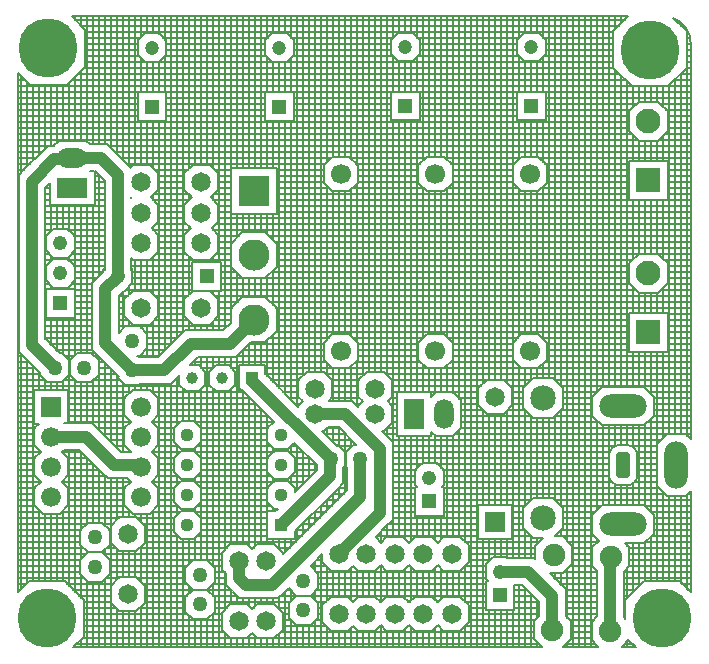
<source format=gtl>
G04*
G04 #@! TF.GenerationSoftware,Altium Limited,Altium Designer,21.0.8 (223)*
G04*
G04 Layer_Physical_Order=1*
G04 Layer_Color=255*
%FSTAX24Y24*%
%MOIN*%
G70*
G04*
G04 #@! TF.SameCoordinates,67FEE026-561A-4E2F-A948-FBB6D6F09F3B*
G04*
G04*
G04 #@! TF.FilePolarity,Positive*
G04*
G01*
G75*
%ADD50C,0.0080*%
%ADD51C,0.0400*%
%ADD52C,0.0827*%
%ADD53R,0.0827X0.0827*%
%ADD54C,0.0476*%
%ADD55R,0.0476X0.0476*%
%ADD56C,0.0660*%
%ADD57R,0.0660X0.0660*%
%ADD58C,0.0650*%
%ADD59C,0.1969*%
%ADD60O,0.1000X0.0650*%
%ADD61R,0.1000X0.0650*%
%ADD62C,0.0495*%
%ADD63C,0.0480*%
%ADD64R,0.0480X0.0480*%
%ADD65C,0.0445*%
%ADD66R,0.0445X0.0445*%
%ADD67C,0.0750*%
%ADD68O,0.0650X0.1000*%
%ADD69R,0.0650X0.1000*%
%ADD70R,0.0650X0.0650*%
%ADD71C,0.0650*%
G04:AMPARAMS|DCode=72|XSize=47.2mil|YSize=86.6mil|CornerRadius=11.8mil|HoleSize=0mil|Usage=FLASHONLY|Rotation=180.000|XOffset=0mil|YOffset=0mil|HoleType=Round|Shape=RoundedRectangle|*
%AMROUNDEDRECTD72*
21,1,0.0472,0.0630,0,0,180.0*
21,1,0.0236,0.0866,0,0,180.0*
1,1,0.0236,-0.0118,0.0315*
1,1,0.0236,0.0118,0.0315*
1,1,0.0236,0.0118,-0.0315*
1,1,0.0236,-0.0118,-0.0315*
%
%ADD72ROUNDEDRECTD72*%
%ADD73O,0.1575X0.0787*%
%ADD74O,0.0787X0.1575*%
%ADD75R,0.0487X0.0487*%
%ADD76C,0.0487*%
%ADD77C,0.0669*%
%ADD78C,0.1039*%
%ADD79R,0.1039X0.1039*%
%ADD80C,0.0394*%
%ADD81R,0.0394X0.0394*%
%ADD82R,0.0472X0.0472*%
%ADD83C,0.0472*%
%ADD84C,0.0850*%
D50*
X06951Y030419D02*
G03*
X068934Y031252I-000891J0D01*
G01*
X067734Y016665D02*
G03*
X067376Y017023I-000358J0D01*
G01*
Y015677D02*
G03*
X067734Y016035I0J000358D01*
G01*
X066781D02*
G03*
X067139Y015677I000358J0D01*
G01*
Y017023D02*
G03*
X066781Y016665I0J-000358D01*
G01*
X069374Y0306D02*
X069491D01*
X069374Y0304D02*
X06951D01*
X069374Y0308D02*
X069424D01*
X069374Y03D02*
X06951D01*
X069374Y0302D02*
X06951D01*
X068934Y031252D02*
X069374Y030812D01*
X069186Y031D02*
X069294D01*
X069374Y029588D02*
Y030812D01*
Y0296D02*
X06951D01*
X069374Y0298D02*
X06951D01*
X068986Y0292D02*
X06951D01*
X069186Y0294D02*
X06951D01*
X068786Y029D02*
X06951D01*
X068762Y028976D02*
X069374Y029588D01*
X068699Y0282D02*
X06951D01*
X068499Y0284D02*
X06951D01*
X069Y031186D02*
Y031224D01*
X068986Y0312D02*
X069048D01*
X0672Y031086D02*
Y03131D01*
X0692Y030986D02*
Y031094D01*
X0676Y028299D02*
Y028976D01*
X066926Y030812D02*
X067424Y03131D01*
X067Y030886D02*
Y03131D01*
X066926Y029588D02*
X067538Y028976D01*
X066926Y029588D02*
Y030812D01*
X0682Y028472D02*
Y028976D01*
X068Y028472D02*
Y028976D01*
X0686Y028299D02*
Y028976D01*
X0684Y028472D02*
Y028976D01*
X067538D02*
X068762D01*
X067773Y028472D02*
X068427D01*
X0678D02*
Y028976D01*
X067447Y028145D02*
X067773Y028472D01*
X0692Y017377D02*
Y029414D01*
X069Y017377D02*
Y029214D01*
X0688Y017377D02*
Y029014D01*
X06951Y017213D02*
Y030419D01*
X0694Y017323D02*
Y030848D01*
X068753Y028D02*
X06951D01*
X068427Y028472D02*
X068753Y028145D01*
Y0276D02*
X06951D01*
X068753Y0278D02*
X06951D01*
X068753Y026D02*
X06951D01*
X068753Y0262D02*
X06951D01*
X068753Y0256D02*
X06951D01*
X068753Y0258D02*
X06951D01*
X068462Y0272D02*
X06951D01*
X068662Y0274D02*
X06951D01*
X068753Y0264D02*
X06951D01*
X068753Y025197D02*
Y026503D01*
Y027492D02*
Y028145D01*
X067447Y027492D02*
X067773Y027165D01*
X068427D02*
X068753Y027492D01*
X0676Y026503D02*
Y027338D01*
X067447Y027492D02*
Y028145D01*
X067Y018952D02*
Y029514D01*
X0674Y018952D02*
Y029114D01*
X0672Y018952D02*
Y029314D01*
X0682Y026503D02*
Y027165D01*
X068Y026503D02*
Y027165D01*
X0686Y026503D02*
Y027338D01*
X0684Y026503D02*
Y027165D01*
X067447Y026503D02*
X068753D01*
X067773Y027165D02*
X068427D01*
X0678Y026503D02*
Y027165D01*
X067447Y025197D02*
Y026503D01*
X064676Y0304D02*
X066926D01*
X064676Y0302D02*
X066926D01*
X0646Y030599D02*
Y03131D01*
X06463Y03D02*
X066926D01*
X064676Y030046D02*
Y030522D01*
X064599Y0306D02*
X066926D01*
X063962Y03076D02*
X064438D01*
Y029808D02*
X064676Y030046D01*
X064438Y03076D02*
X064676Y030522D01*
Y0286D02*
X06951D01*
X064676Y0284D02*
X067701D01*
X064676Y0282D02*
X067501D01*
X064676Y028D02*
X067447D01*
X056046Y0298D02*
X066926D01*
X063962Y029808D02*
X064438D01*
X063724Y028792D02*
X064676D01*
X0646D02*
Y02997D01*
X0642Y03076D02*
Y03131D01*
X064Y03076D02*
Y03131D01*
X0644Y03076D02*
Y03131D01*
X0638Y030599D02*
Y03131D01*
X063724Y030522D02*
X063962Y03076D01*
X060399Y0306D02*
X063801D01*
X063724Y030046D02*
X063962Y029808D01*
X063724Y030046D02*
Y030522D01*
X064Y028792D02*
Y029808D01*
X0638Y028792D02*
Y02997D01*
X0644Y028792D02*
Y029808D01*
X0642Y028792D02*
Y029808D01*
X06043Y03D02*
X06377D01*
X060476Y0282D02*
X063724D01*
Y02784D02*
Y028792D01*
X060476Y028D02*
X063724D01*
X0652Y018997D02*
Y03131D01*
X0666Y018952D02*
Y03131D01*
X065Y019197D02*
Y03131D01*
X0668Y018952D02*
Y03131D01*
X0664Y018805D02*
Y03131D01*
X064676Y02784D02*
Y028792D01*
X063724Y02784D02*
X064676D01*
X0648Y019265D02*
Y03131D01*
X064437Y02663D02*
X064725Y026343D01*
Y026D02*
X067447D01*
X064725Y0262D02*
X067447D01*
X064725Y0258D02*
X067447D01*
X064725Y025768D02*
Y026343D01*
X064467Y0266D02*
X06951D01*
X064667Y0264D02*
X067447D01*
X064556Y0256D02*
X067447D01*
X064437Y025481D02*
X064725Y025768D01*
X0642Y02663D02*
Y02784D01*
X064Y02663D02*
Y02784D01*
X0646Y026467D02*
Y02784D01*
X0644Y02663D02*
Y02784D01*
X063863Y02663D02*
X064437D01*
X061317Y0266D02*
X063833D01*
X063575Y026343D02*
X063863Y02663D01*
X0638Y026567D02*
Y02784D01*
X0642Y020725D02*
Y025481D01*
X064Y020725D02*
Y025481D01*
X0646Y020562D02*
Y025644D01*
X0644Y020725D02*
Y025481D01*
X063575Y025768D02*
X063863Y025481D01*
X061406Y0256D02*
X063744D01*
X063863Y025481D02*
X064437D01*
X0638Y020662D02*
Y025544D01*
X068753Y0252D02*
X06951D01*
X068753Y023D02*
X06951D01*
X068753Y0254D02*
X06951D01*
X068753Y0228D02*
X06951D01*
X068753Y022423D02*
Y023077D01*
X06843Y0234D02*
X06951D01*
X067447Y025197D02*
X068753D01*
X06863Y0232D02*
X06951D01*
X068427Y023403D02*
X068753Y023077D01*
Y0214D02*
X06951D01*
X068753Y0226D02*
X06951D01*
X068753Y021D02*
X06951D01*
X068753Y0212D02*
X06951D01*
X06853Y0222D02*
X06951D01*
X06873Y0224D02*
X06951D01*
X067447Y021435D02*
X068753D01*
X068427Y022097D02*
X068753Y022423D01*
X068Y023403D02*
Y025197D01*
X0682Y023403D02*
Y025197D01*
X0678Y023403D02*
Y025197D01*
X0686Y02323D02*
Y025197D01*
X0684Y023403D02*
Y025197D01*
X067773Y023403D02*
X068427D01*
X0676Y02323D02*
Y025197D01*
X067447Y023077D02*
X067773Y023403D01*
X067447Y022423D02*
Y023077D01*
X0682Y021435D02*
Y022097D01*
X068Y021435D02*
Y022097D01*
X0686Y021435D02*
Y02227D01*
X0684Y021435D02*
Y022097D01*
X067773D02*
X068427D01*
X067447Y022423D02*
X067773Y022097D01*
X0678Y021435D02*
Y022097D01*
X0676Y021435D02*
Y02227D01*
X068753Y0206D02*
X06951D01*
X068753Y0204D02*
X06951D01*
X068753Y0208D02*
X06951D01*
X068753Y0202D02*
X06951D01*
X068753Y020128D02*
Y021435D01*
X06812Y0188D02*
X06951D01*
X067447Y020128D02*
X068753D01*
X0686Y017265D02*
Y020128D01*
X0684Y017065D02*
Y020128D01*
X068285Y0182D02*
X06951D01*
X068712Y017377D02*
X069346D01*
X06951Y017213D01*
X068395Y017061D02*
X068712Y017377D01*
X068285Y0184D02*
X06951D01*
X068285Y0186D02*
X06951D01*
X068083Y0178D02*
X06951D01*
X068283Y018D02*
X06951D01*
X0682Y01872D02*
Y020128D01*
X068Y01892D02*
Y020128D01*
X068285Y018002D02*
Y018635D01*
X067968Y018952D02*
X068285Y018635D01*
X066547Y018952D02*
X067968D01*
X067447Y020128D02*
Y021435D01*
X0678Y018952D02*
Y020128D01*
X0676Y018952D02*
Y020128D01*
X067502Y017D02*
X068395D01*
X067968Y017685D02*
X068285Y018002D01*
X067707Y0168D02*
X068395D01*
X0676Y016944D02*
Y017685D01*
X067139Y017023D02*
X067376D01*
X0672D02*
Y017685D01*
X0674Y017022D02*
Y017685D01*
X067Y016995D02*
Y017685D01*
X05571Y0248D02*
X06951D01*
X05571Y0236D02*
X06951D01*
X05571Y0234D02*
X06777D01*
X05571Y0232D02*
X06757D01*
X05571Y023D02*
X067447D01*
X05571Y0252D02*
X067447D01*
X05571Y0254D02*
X067447D01*
X05564Y0238D02*
X06951D01*
X05571Y025D02*
X06951D01*
X064725Y0202D02*
X067447D01*
X064725Y0204D02*
X067447D01*
X064662Y0198D02*
X06951D01*
X064725Y02D02*
X06951D01*
X055694Y0216D02*
X06951D01*
X064562Y0206D02*
X067447D01*
X059348Y0194D02*
X06951D01*
X064462Y0196D02*
X06951D01*
X063863Y020725D02*
X064437D01*
X061412Y0206D02*
X063738D01*
X064437Y020725D02*
X064725Y020437D01*
X063575D02*
X063863Y020725D01*
X05571Y0212D02*
X067447D01*
X05571Y0214D02*
X067447D01*
X055685Y0208D02*
X067447D01*
X05571Y021D02*
X067447D01*
X064437Y019575D02*
X064725Y019863D01*
Y020437D01*
X0646Y019265D02*
Y019738D01*
X0644Y019265D02*
Y019575D01*
X063575Y019863D02*
X063863Y019575D01*
X061312Y0196D02*
X063838D01*
X064268Y019265D02*
X064932D01*
X063863Y019575D02*
X064437D01*
X06623Y018635D02*
X066547Y018952D01*
X065265Y0184D02*
X06623D01*
X065265Y0186D02*
X06623D01*
Y018002D02*
X066547Y017685D01*
X06623Y018002D02*
Y018635D01*
X065198Y019D02*
X06951D01*
X064998Y0192D02*
X06951D01*
X065265Y0188D02*
X066395D01*
X065198Y0182D02*
X06623D01*
X061865Y0178D02*
X066432D01*
X064998Y018D02*
X066232D01*
X061865Y0176D02*
X06951D01*
X066547Y017685D02*
X067968D01*
X061673Y0174D02*
X06951D01*
X05951Y0172D02*
X068535D01*
X05959Y017D02*
X067013D01*
X05959Y0168D02*
X066808D01*
X0642Y019197D02*
Y019575D01*
X064Y018997D02*
Y019575D01*
X065265Y018268D02*
Y018932D01*
X064932Y019265D02*
X065265Y018932D01*
X063284Y0192D02*
X064202D01*
X063484Y019D02*
X064002D01*
X063935Y018932D02*
X064268Y019265D01*
X063935Y018268D02*
Y018932D01*
Y018268D02*
X064268Y017935D01*
X063565Y0184D02*
X063935D01*
X064932Y017935D02*
X065265Y018268D01*
X064268Y017935D02*
X064932D01*
X063565Y0186D02*
X063935D01*
X063565Y0188D02*
X063935D01*
X061865Y018D02*
X064202D01*
X063411Y0182D02*
X064002D01*
X061Y02663D02*
Y03131D01*
X0612Y02663D02*
Y03131D01*
X0608Y02663D02*
Y03131D01*
X0636Y026367D02*
Y03131D01*
X0614Y026517D02*
Y03131D01*
X060476Y0302D02*
X063724D01*
X060476Y0304D02*
X063724D01*
X0606Y026517D02*
Y03131D01*
X060476Y030046D02*
Y030522D01*
Y0284D02*
X063724D01*
X060476Y0286D02*
X063724D01*
X061517Y0264D02*
X063633D01*
X060713Y02663D02*
X061287D01*
X059524Y028792D02*
X060476D01*
X060238Y029808D02*
X060476Y030046D01*
Y02784D02*
Y028792D01*
X059524Y02784D02*
X060476D01*
X06Y03076D02*
Y03131D01*
X0602Y03076D02*
Y03131D01*
X0598Y03076D02*
Y03131D01*
X060238Y03076D02*
X060476Y030522D01*
X0604Y030599D02*
Y03131D01*
X059762Y03076D02*
X060238D01*
X0596Y030599D02*
Y03131D01*
X059524Y030522D02*
X059762Y03076D01*
X059524Y030046D02*
Y030522D01*
X06Y028792D02*
Y029808D01*
X0598Y028792D02*
Y029808D01*
X0604Y028792D02*
Y02997D01*
X0602Y028792D02*
Y029808D01*
X059762D02*
X060238D01*
X059524Y030046D02*
X059762Y029808D01*
X0596Y028792D02*
Y02997D01*
X059524Y02784D02*
Y028792D01*
X063Y019201D02*
Y03131D01*
X0632Y019201D02*
Y03131D01*
X0628Y019201D02*
Y03131D01*
X0634Y019084D02*
Y03131D01*
X0626Y019084D02*
Y03131D01*
X061575Y025768D02*
Y026343D01*
X061287Y02663D02*
X061575Y026343D01*
X0618Y018572D02*
Y03131D01*
X0616Y018772D02*
Y03131D01*
X061575Y0258D02*
X063575D01*
X061575Y026D02*
X063575D01*
X0636Y020462D02*
Y025744D01*
X063575Y025768D02*
Y026343D01*
X061575Y0262D02*
X063575D01*
X061287Y025481D02*
X061575Y025768D01*
X061287Y020725D02*
X061575Y020437D01*
X0614Y020612D02*
Y025594D01*
X060425Y026343D02*
X060713Y02663D01*
X060425Y025768D02*
Y026343D01*
X0604Y01879D02*
Y02784D01*
X0602Y01879D02*
Y02784D01*
X0594Y019347D02*
Y03131D01*
X0592Y019465D02*
Y03131D01*
X06Y01879D02*
Y02784D01*
X0598Y01879D02*
Y02784D01*
X060713Y020725D02*
X061287D01*
X0608D02*
Y025481D01*
X0612Y020725D02*
Y025481D01*
X061Y020725D02*
Y025481D01*
X060713D02*
X061287D01*
X060425Y025768D02*
X060713Y025481D01*
X060425Y020437D02*
X060713Y020725D01*
X0606Y020612D02*
Y025594D01*
X056276Y0286D02*
X059524D01*
X056276Y0284D02*
X059524D01*
X058Y02663D02*
Y03131D01*
X0584Y026367D02*
Y03131D01*
X0582Y026567D02*
Y03131D01*
X056183Y0306D02*
X059601D01*
X056276Y0304D02*
X059524D01*
X056246Y03D02*
X05957D01*
X056276Y0302D02*
X059524D01*
X058167Y0266D02*
X060683D01*
X058367Y0264D02*
X060483D01*
X058425Y026D02*
X060425D01*
X058425Y0262D02*
X060425D01*
X056276Y028D02*
X059524D01*
X056276Y0282D02*
X059524D01*
X058137Y02663D02*
X058425Y026343D01*
X057563Y02663D02*
X058137D01*
X0576D02*
Y03131D01*
X056276Y03003D02*
Y030507D01*
X0578Y02663D02*
Y03131D01*
X0574Y026467D02*
Y03131D01*
X056Y030745D02*
Y03131D01*
X0558Y030745D02*
Y03131D01*
X056038Y030745D02*
X056276Y030507D01*
X0562Y030583D02*
Y03131D01*
X056038Y029792D02*
X056276Y03003D01*
X0562Y028776D02*
Y029954D01*
X057275Y026343D02*
X057563Y02663D01*
X056276Y027824D02*
Y028776D01*
X056D02*
Y029792D01*
X0558Y028776D02*
Y029792D01*
X05571Y026D02*
X057275D01*
X05571Y0262D02*
X057275D01*
X0588Y019465D02*
Y03131D01*
X058425Y0258D02*
X060425D01*
X058425Y025768D02*
Y026343D01*
X059Y019465D02*
Y03131D01*
X0586Y019347D02*
Y03131D01*
X058256Y0256D02*
X060594D01*
X057275Y025768D02*
X057563Y025481D01*
X058137D02*
X058425Y025768D01*
X0584Y020462D02*
Y025744D01*
X0582Y020662D02*
Y025544D01*
X058Y020725D02*
Y025481D01*
X058262Y0206D02*
X060588D01*
X058137Y020725D02*
X058425Y020437D01*
X057563Y020725D02*
X058137D01*
X057563Y025481D02*
X058137D01*
X0578Y020725D02*
Y025481D01*
X0576Y020725D02*
Y025481D01*
X057Y019465D02*
Y03131D01*
X0568Y019465D02*
Y03131D01*
X0572Y019465D02*
Y03131D01*
X0566Y019347D02*
Y03131D01*
X056Y018718D02*
Y027824D01*
X0558Y018918D02*
Y027824D01*
X0564Y018318D02*
Y03131D01*
X0562Y018518D02*
Y027824D01*
X057275Y025768D02*
Y026343D01*
X05571Y020824D02*
Y021584D01*
X057275Y020437D02*
X057563Y020725D01*
X0574Y020562D02*
Y025644D01*
X05571Y0256D02*
X057444D01*
X05571Y0258D02*
X057275D01*
X05571Y02297D02*
Y02373D01*
Y024736D02*
Y026255D01*
X061575Y0202D02*
X063575D01*
X061575Y02D02*
X063575D01*
X061575Y0204D02*
X063575D01*
Y019863D02*
Y020437D01*
X062435Y018919D02*
X062718Y019201D01*
X061512Y0198D02*
X063638D01*
X061575Y019863D02*
Y020437D01*
X061287Y019575D02*
X061575Y019863D01*
X0614Y01879D02*
Y019688D01*
X063282Y019201D02*
X063565Y018919D01*
X062718Y019201D02*
X063282D01*
X061772Y0186D02*
X062435D01*
X061582Y01879D02*
X061865Y018507D01*
X059548Y0192D02*
X062716D01*
X059565Y019D02*
X062516D01*
X059565Y0188D02*
X062435D01*
X061017Y01879D02*
X061582D01*
X060713Y019575D02*
X061287D01*
X0608Y01879D02*
Y019575D01*
X0612Y01879D02*
Y019575D01*
X061Y018772D02*
Y019575D01*
X060425Y019863D02*
X060713Y019575D01*
X060425Y019863D02*
Y020437D01*
X0606Y01879D02*
Y019688D01*
X058435Y019182D02*
X058717Y019465D01*
X060865Y018637D02*
Y01879D01*
X059735D02*
X060865D01*
Y018637D02*
X061017Y01879D01*
X059565Y018618D02*
Y019182D01*
X059282Y019465D02*
X059565Y019182D01*
X058717Y019465D02*
X059282D01*
X059548Y0186D02*
X059735D01*
X058435Y018618D02*
Y019182D01*
X063565Y018354D02*
Y018919D01*
X062435Y018354D02*
X062718Y018072D01*
X062435Y018354D02*
Y018919D01*
X063282Y018072D02*
X063565Y018354D01*
X062718Y018072D02*
X063282D01*
X061865Y0182D02*
X062589D01*
X061865Y0184D02*
X062435D01*
X061865Y017593D02*
Y018507D01*
X059735Y01731D02*
Y01879D01*
X060865Y017463D02*
X061017Y01731D01*
X060865Y0174D02*
X060928D01*
X061582Y01731D02*
X061865Y017593D01*
X061017Y01731D02*
X061582D01*
X05931Y0174D02*
X059735D01*
X059565Y018D02*
X059735D01*
X060865Y01731D02*
Y017463D01*
X059735Y01731D02*
X060865D01*
X059497Y0184D02*
X059735D01*
X059422Y018475D02*
X059565Y018333D01*
Y0182D02*
X059735D01*
X059565Y017767D02*
Y018333D01*
X059422Y018475D02*
X059565Y018618D01*
X058435D02*
X058577Y018475D01*
X058435Y018333D02*
X058577Y018475D01*
X058435Y018275D02*
Y018333D01*
X059398Y0176D02*
X059735D01*
X059565Y0178D02*
X059735D01*
X05937Y01734D02*
X05959Y01712D01*
X0594Y01731D02*
Y017602D01*
X059282Y017485D02*
X059565Y017767D01*
X059225Y017485D02*
X059282D01*
X05937Y01734D02*
X05959Y01712D01*
X059225Y017485D02*
X05937Y01734D01*
X058425Y0202D02*
X060425D01*
X058425Y02D02*
X060425D01*
X058425Y0204D02*
X060425D01*
X058362Y0198D02*
X060488D01*
X058425Y019863D02*
Y020437D01*
X058162Y0196D02*
X060688D01*
X058137Y019575D02*
X058425Y019863D01*
X0582Y01849D02*
Y019638D01*
X058Y01849D02*
Y019575D01*
X057565Y0188D02*
X058435D01*
X057565Y019D02*
X058435D01*
X05778Y01849D02*
X05822D01*
X05778D02*
X05822D01*
X057347Y0194D02*
X058653D01*
X057563Y019575D02*
X058137D01*
X057547Y0186D02*
X058453D01*
X057547Y0192D02*
X058453D01*
X057283Y019465D02*
X057565Y019182D01*
X0574Y019347D02*
Y019738D01*
X0578Y01849D02*
Y019575D01*
X0576Y01849D02*
Y019575D01*
X057275Y019863D02*
X057563Y019575D01*
X057275Y019863D02*
Y020437D01*
X056718Y019465D02*
X057283D01*
X056435Y019182D02*
X056718Y019465D01*
X057438Y01849D02*
X057565Y018618D01*
Y019182D01*
X057438Y01849D02*
X05778D01*
X056435Y018618D02*
X056578Y018475D01*
X055918Y0188D02*
X056435D01*
X055718Y019D02*
X056435D01*
X056118Y0186D02*
X056452D01*
X056435Y018618D02*
Y019182D01*
X05822Y01849D02*
X058435Y018275D01*
X05831Y0184D02*
X058502D01*
X0584Y01831D02*
Y019838D01*
X05822Y01849D02*
X058435Y018275D01*
X0578Y016989D02*
Y01759D01*
X057397Y0176D02*
X05779D01*
X057407Y01761D02*
X05778D01*
X058352Y017038D01*
X057318Y0174D02*
X05799D01*
X058248Y017038D02*
X058352D01*
X057789Y017D02*
X058211D01*
X058004Y016794D02*
X058248Y017038D01*
X0582Y016989D02*
Y01719D01*
X057518Y0172D02*
X05819D01*
X05768Y017038D02*
X057752D01*
X057996Y016794D01*
X057718Y017D02*
X057789D01*
X057283Y017485D02*
X057407Y01761D01*
X0574Y017318D02*
Y017602D01*
X057233Y017485D02*
X05768Y017038D01*
X0576Y017118D02*
Y01761D01*
X056435Y018333D02*
X056578Y018475D01*
X056318Y0184D02*
X056502D01*
X057233Y017485D02*
X057283D01*
X056435Y018283D02*
Y018333D01*
X05768Y017038D02*
X057728Y01699D01*
X056207Y017D02*
X056398D01*
X056107Y0168D02*
X056598D01*
X056094Y016888D02*
X056302Y017096D01*
X055632Y016812D02*
X056094D01*
X055632Y016888D02*
X056094D01*
X056Y016812D02*
Y016888D01*
X0558Y016812D02*
Y016888D01*
X068395Y015639D02*
Y017061D01*
X067734Y0162D02*
X068395D01*
X0678Y015015D02*
Y017685D01*
X0682Y014783D02*
Y017917D01*
X068Y014983D02*
Y017717D01*
X067734Y0164D02*
X068395D01*
X067734Y0166D02*
X068395D01*
X067646Y0158D02*
X068395D01*
X067732Y016D02*
X068395D01*
X069423Y0154D02*
X06951D01*
X068395Y015639D02*
X068712Y015323D01*
X069346D02*
X06951Y015487D01*
X068712Y015323D02*
X069346D01*
X067983Y015D02*
X06951D01*
X066547Y015015D02*
X067968D01*
X068183Y0148D02*
X06951D01*
X067968Y015015D02*
X068285Y014698D01*
X067734Y016035D02*
Y016665D01*
X0668Y016779D02*
Y017685D01*
X066781Y016035D02*
Y016665D01*
X0666Y015015D02*
Y017685D01*
X0664Y014868D02*
Y017832D01*
X067139Y015677D02*
X067376D01*
X0672Y015015D02*
Y015677D01*
X0676Y015015D02*
Y015756D01*
X0674Y015015D02*
Y015678D01*
X067Y015015D02*
Y015705D01*
X0668Y015015D02*
Y015921D01*
X06623Y014698D02*
X066547Y015015D01*
X065265Y0148D02*
X066332D01*
X069Y012474D02*
Y015323D01*
X0692Y012436D02*
Y015323D01*
X0688Y012474D02*
Y015323D01*
X06951Y012126D02*
Y015487D01*
X0694Y012236D02*
Y015377D01*
X068285Y0146D02*
X06951D01*
X068285Y014065D02*
Y014698D01*
X0686Y012474D02*
Y015435D01*
X0684Y012474D02*
Y015635D01*
X068285Y0142D02*
X06951D01*
X068285Y0144D02*
X06951D01*
X06822Y014D02*
X06951D01*
X0682Y012474D02*
Y01398D01*
X06802Y0138D02*
X06951D01*
X067968Y013748D02*
X068285Y014065D01*
X068Y012474D02*
Y01378D01*
X0678Y012336D02*
Y013748D01*
X06623Y014065D02*
Y014698D01*
X0658Y01029D02*
Y03131D01*
X0662Y01029D02*
Y03131D01*
X066Y01029D02*
Y03131D01*
X065265Y0146D02*
X06623D01*
X065265Y014267D02*
Y014933D01*
X0656Y01029D02*
Y03131D01*
X0654Y013822D02*
Y03131D01*
X06623Y014065D02*
X066461Y013834D01*
X0664Y013772D02*
Y013895D01*
X0676Y012136D02*
Y013748D01*
X066235Y013607D02*
X066461Y013834D01*
X065265Y0144D02*
X06623D01*
X0652Y013975D02*
Y014203D01*
X065423Y0138D02*
X066427D01*
X065248Y013975D02*
X065555Y013668D01*
X0646Y015265D02*
Y017935D01*
X0648Y015265D02*
Y017935D01*
X0644Y015265D02*
Y017935D01*
X0652Y014998D02*
Y018203D01*
X065Y015197D02*
Y018003D01*
X061054Y0164D02*
X066781D01*
X05959Y0166D02*
X066781D01*
X061278Y016D02*
X066783D01*
X061254Y0162D02*
X066781D01*
X064998Y0152D02*
X06951D01*
X064268Y015265D02*
X064932D01*
X065198Y015D02*
X066532D01*
X064932Y015265D02*
X065265Y014933D01*
X061278Y0156D02*
X068435D01*
X061278Y0158D02*
X066869D01*
X061278Y0154D02*
X068635D01*
X063935Y014933D02*
X064268Y015265D01*
X0642Y015197D02*
Y018003D01*
X0632Y015028D02*
Y018072D01*
X064Y014998D02*
Y018203D01*
X0634Y015028D02*
Y018189D01*
X061278Y0152D02*
X064202D01*
X0626Y015028D02*
Y018189D01*
X063Y015028D02*
Y018072D01*
X0628Y015028D02*
Y018072D01*
X063565Y015D02*
X064002D01*
X062435Y015028D02*
X063565D01*
Y0146D02*
X063935D01*
X063565Y0148D02*
X063935D01*
X061278D02*
X062435D01*
X061278Y015D02*
X062435D01*
X05946Y0144D02*
X062435D01*
X05959Y0146D02*
X062435D01*
X064973Y013975D02*
X065265Y014267D01*
X065198Y0142D02*
X06623D01*
X063935Y014267D02*
Y014933D01*
Y014267D02*
X064268Y013935D01*
X064Y01324D02*
Y014203D01*
X063565Y0142D02*
X064002D01*
X063565Y0144D02*
X063935D01*
X0638Y01324D02*
Y019638D01*
X0636Y01324D02*
Y019838D01*
X064998Y014D02*
X066295D01*
X064973Y013975D02*
X065248D01*
X064325Y013668D02*
X064592Y013935D01*
X0644Y013743D02*
Y013935D01*
X064268D02*
X064592D01*
X063565Y014D02*
X064202D01*
X061997Y0138D02*
X064458D01*
X0642Y01324D02*
Y014002D01*
X063565Y013899D02*
Y015028D01*
X062435Y013899D02*
Y015028D01*
X0624Y01029D02*
Y03131D01*
X0622Y01029D02*
Y03131D01*
X05906Y014D02*
X062435D01*
X05926Y0142D02*
X062435D01*
X062Y013798D02*
Y03131D01*
X0618Y013965D02*
Y017528D01*
X0632Y013278D02*
Y013899D01*
X063Y013278D02*
Y013899D01*
X0634Y013267D02*
Y013899D01*
X0628Y013167D02*
Y013899D01*
X062435D02*
X063565D01*
X061267Y013965D02*
X061832D01*
X0626Y01029D02*
Y013899D01*
X061832Y013965D02*
X062115Y013683D01*
X067465Y0134D02*
X06951D01*
X067465Y0132D02*
X06951D01*
X067465Y0136D02*
X06951D01*
X067465Y013D02*
X06951D01*
X067465Y012993D02*
Y013607D01*
X067325Y013748D02*
X067968D01*
X067325D02*
X067465Y013607D01*
X067275Y0128D02*
X06951D01*
X067275Y012802D02*
X067465Y012993D01*
X069236Y0124D02*
X06951D01*
X067938Y012474D02*
X069162D01*
X06951Y012126D01*
X069436Y0122D02*
X06951D01*
X067275Y0126D02*
X06951D01*
X067275Y0124D02*
X067864D01*
X067326Y011862D02*
X067938Y012474D01*
X067275Y0122D02*
X067664D01*
X0674Y013672D02*
Y013748D01*
X065555Y0134D02*
X066235D01*
Y012993D02*
Y013607D01*
X065555Y0132D02*
X066235D01*
X065555Y0136D02*
X066235D01*
X065555Y013053D02*
Y013668D01*
X065503Y013D02*
X066235D01*
X065248Y012745D02*
X065555Y013053D01*
X06534Y012D02*
X066395D01*
X066235Y012993D02*
X066395Y012832D01*
X067275Y012D02*
X067464D01*
X0674Y011936D02*
Y012928D01*
X06516Y0124D02*
X066395D01*
X065303Y0128D02*
X066395D01*
X06534Y0122D02*
X066395D01*
X0652Y01236D02*
Y012745D01*
X067275Y0116D02*
X067326D01*
X067275Y0114D02*
X067326D01*
X067275Y0118D02*
X067326D01*
Y011237D02*
Y011862D01*
X067275Y011287D02*
X067326Y011237D01*
X06534Y0116D02*
X066395D01*
X06534Y0118D02*
X066395D01*
X067275Y011287D02*
Y012802D01*
X066205Y011128D02*
X066395Y011317D01*
X067323Y0104D02*
X067564D01*
X0674Y01029D02*
Y010477D01*
X067435Y010529D02*
X067674Y01029D01*
X0676D02*
Y010364D01*
X066205Y010512D02*
X066427Y01029D01*
X065262D02*
X066427D01*
X067213D02*
X067674D01*
X067213D02*
X067435Y010512D01*
X066395Y011317D02*
Y012832D01*
X0654Y011272D02*
Y012897D01*
X065472Y0112D02*
X066277D01*
X06534Y011332D02*
X065515Y011157D01*
X06534Y01178D02*
Y01222D01*
Y01178D02*
Y01222D01*
Y0114D02*
X066395D01*
X06534Y011332D02*
Y01178D01*
X065515Y0108D02*
X066205D01*
X065515Y011D02*
X066205D01*
Y010512D02*
Y011128D01*
X065515Y0106D02*
X066205D01*
X065373Y0104D02*
X066318D01*
X065515Y010543D02*
Y011157D01*
X065262Y01029D02*
X065515Y010543D01*
X0654Y01029D02*
Y010428D01*
X06388Y01324D02*
X06432D01*
X06388D02*
X06432D01*
X063427D02*
X06388D01*
X065Y01256D02*
Y012745D01*
X064325Y013235D02*
Y013668D01*
X062115Y0134D02*
X064325D01*
X062115Y0136D02*
X064325D01*
X063389Y013278D02*
X063427Y01324D01*
X062911Y013278D02*
X063389D01*
X06496Y0126D02*
X066395D01*
X064815Y012745D02*
X065248D01*
X06512Y01244D02*
X06534Y01222D01*
X06512Y01244D02*
X06534Y01222D01*
X064815Y012745D02*
X06512Y01244D01*
X063628Y01236D02*
X06388D01*
X063628Y012D02*
X06424D01*
X063628Y0122D02*
X06404D01*
X062115Y0132D02*
X062833D01*
X062115Y013118D02*
Y013683D01*
X062672Y013039D02*
X062911Y013278D01*
X062672Y012561D02*
Y013039D01*
X061997Y013D02*
X062672D01*
X061267Y012835D02*
X061832D01*
X057024Y0128D02*
X062672D01*
X061832Y012835D02*
X062115Y013118D01*
X062672Y01249D02*
X062743D01*
X062672Y012561D02*
X062743Y01249D01*
X061997Y0118D02*
X062672D01*
X061267Y011965D02*
X061832D01*
X057088Y0124D02*
X062672D01*
X057088Y0126D02*
X062672D01*
X05586Y012D02*
X062672D01*
X057039Y0122D02*
X062672D01*
X06388Y01236D02*
X06446Y01178D01*
Y011332D02*
Y01178D01*
X0644Y011272D02*
Y01184D01*
X0642Y01029D02*
Y01204D01*
X064Y01029D02*
Y01224D01*
X063628Y0116D02*
X06446D01*
X063628Y0118D02*
X06444D01*
X062115Y0114D02*
X06446D01*
X0638Y01029D02*
Y01236D01*
X064285Y011157D02*
X06446Y011332D01*
X064285Y010543D02*
Y011157D01*
Y010543D02*
X064538Y01029D01*
X0644D02*
Y010428D01*
X062115Y0112D02*
X064328D01*
X061997Y011D02*
X064285D01*
X055648Y0106D02*
X064285D01*
X055848Y0108D02*
X064285D01*
X063628Y011535D02*
Y01236D01*
X062672Y011535D02*
Y01249D01*
X063Y01029D02*
Y011535D01*
X0628Y01029D02*
Y011535D01*
X061832Y011965D02*
X062115Y011682D01*
X062Y011797D02*
Y013003D01*
X062115Y0116D02*
X062672D01*
X062115Y011118D02*
Y011682D01*
X062672Y011535D02*
X063628D01*
X0632Y01029D02*
Y011535D01*
X0636Y01029D02*
Y011535D01*
X0634Y01029D02*
Y011535D01*
X061832Y010835D02*
X062115Y011118D01*
X061267Y010835D02*
X061832D01*
X062Y01029D02*
Y011003D01*
X0618Y01029D02*
Y010835D01*
X061Y016415D02*
Y017328D01*
X0608Y016415D02*
Y01731D01*
X0606Y016415D02*
Y01731D01*
X061039Y016415D02*
X061278Y016176D01*
X0612Y016254D02*
Y01731D01*
X060561Y016415D02*
X061039D01*
X05959Y0164D02*
X060546D01*
X060322Y016176D02*
X060561Y016415D01*
X0604Y016254D02*
Y01731D01*
X061278Y015698D02*
Y016176D01*
X060322Y015628D02*
X060393D01*
X061207D02*
X061278D01*
X061207D02*
X061278Y015698D01*
X05959Y0162D02*
X060346D01*
X05959Y016D02*
X060322D01*
Y015698D02*
X060393Y015628D01*
X05959Y015D02*
X060322D01*
X05959Y01668D02*
Y01712D01*
Y01668D02*
Y01712D01*
X058004Y016306D02*
X058052Y016259D01*
X05959Y01497D02*
Y01668D01*
X058052Y015512D02*
Y016259D01*
X058004Y016306D02*
Y016794D01*
X057996Y016306D02*
Y016794D01*
X058Y01546D02*
Y01739D01*
X05793Y016197D02*
Y01624D01*
X05959Y0156D02*
X060322D01*
Y015698D02*
Y016176D01*
X05959Y0152D02*
X060322D01*
X05959Y0154D02*
X060322D01*
X05793Y0158D02*
X058052D01*
X05793Y016D02*
X058052D01*
X05959Y0158D02*
X060322D01*
X05793Y015757D02*
Y016197D01*
X061278Y014672D02*
Y015628D01*
X0608Y013965D02*
Y014672D01*
X0606Y013965D02*
Y014672D01*
X0616Y013965D02*
Y017328D01*
X0614Y013965D02*
Y01731D01*
X060322Y014672D02*
Y015628D01*
X05959Y0148D02*
X060322D01*
X0604Y013965D02*
Y014672D01*
X0602Y013848D02*
Y01731D01*
X0612Y013898D02*
Y014672D01*
X061Y013848D02*
Y014672D01*
X061075Y013772D02*
X061267Y013965D01*
X061048Y0138D02*
X061102D01*
X060322Y014672D02*
X061278D01*
X060318Y013965D02*
X060883D01*
X061075Y013772D01*
X060125D02*
X060318Y013965D01*
X0596D02*
Y02784D01*
X05959Y01453D02*
Y01497D01*
X06Y013898D02*
Y01731D01*
X0598Y013965D02*
Y01731D01*
X05937Y01431D02*
X05959Y01453D01*
Y01497D01*
X05937Y01431D02*
X05959Y01453D01*
X0594Y013965D02*
Y01434D01*
X060097Y0138D02*
X060153D01*
X059367Y013965D02*
X059932D01*
X060125Y013772D01*
X0592Y013798D02*
Y01414D01*
X059004Y013944D02*
X05937Y01431D01*
X059148Y0138D02*
X059202D01*
X059175Y013772D02*
X059367Y013965D01*
X059004Y013944D02*
X059175Y013772D01*
X05705Y016312D02*
Y016348D01*
X05702Y016306D02*
X05705Y016277D01*
Y016312D02*
Y016348D01*
X05793Y01624D02*
X057996Y016306D01*
X05705Y016277D02*
Y016312D01*
X05702Y016378D02*
X05705Y016348D01*
X056302Y017096D02*
X05702Y016378D01*
Y016306D02*
Y016378D01*
X057Y016147D02*
Y016398D01*
X05793Y0162D02*
X058052D01*
X05793Y015757D02*
Y016197D01*
X057773Y0156D02*
X058052D01*
X05771Y015537D02*
X05793Y015757D01*
X05705Y016197D02*
Y016277D01*
X056325Y0162D02*
X05705D01*
X05771Y015537D02*
X05793Y015757D01*
X056325Y015472D02*
X05705Y016197D01*
X056325Y0164D02*
X056998D01*
X0568Y015947D02*
Y016598D01*
X0566Y015747D02*
Y016798D01*
X0564Y015547D02*
Y016998D01*
X056307Y0166D02*
X056798D01*
X0562Y016707D02*
Y016993D01*
X056325Y016119D02*
Y016581D01*
X056094Y016812D02*
X056325Y016581D01*
X056207Y016D02*
X056853D01*
X056107Y0158D02*
X056653D01*
X056307Y0156D02*
X056453D01*
X0562Y015707D02*
Y015993D01*
X056094Y015888D02*
X056325Y016119D01*
X0558Y015812D02*
Y015888D01*
X056094Y015812D02*
X056325Y015581D01*
X056Y015812D02*
Y015888D01*
X0578Y01526D02*
Y015627D01*
X057573Y0154D02*
X05794D01*
X057373Y0152D02*
X05774D01*
X0576Y01506D02*
Y015427D01*
X0574Y01486D02*
Y015227D01*
X057173Y015D02*
X05754D01*
X0572Y01466D02*
Y015027D01*
X055915Y013375D02*
X058052Y015512D01*
X056325Y014152D02*
X05771Y015537D01*
X057235Y013118D02*
Y013375D01*
X05706Y0132D02*
X057235D01*
Y013118D02*
X057517Y012835D01*
X0572Y01029D02*
Y01334D01*
X056973Y0148D02*
X05734D01*
X056773Y0146D02*
X05714D01*
X05684Y01298D02*
X057235Y013375D01*
X057Y012824D02*
Y01314D01*
Y01446D02*
Y014827D01*
X056573Y0144D02*
X05694D01*
X0568Y01426D02*
Y014627D01*
X0566Y01406D02*
Y014427D01*
X056325Y015472D02*
Y015581D01*
X055665Y014812D02*
X055741Y014888D01*
X056373Y0142D02*
X05674D01*
X0564Y01386D02*
Y014227D01*
X056325Y014D02*
X05654D01*
X056325Y013888D02*
Y014152D01*
X0562Y01366D02*
Y013888D01*
X056Y01346D02*
Y013888D01*
X055747Y0136D02*
X05614D01*
X0558Y013548D02*
Y013888D01*
X055915Y013375D02*
Y013433D01*
X055633Y013715D02*
X055915Y013433D01*
X061075Y013027D02*
X061267Y012835D01*
X061048Y013D02*
X061102D01*
X060883Y012835D02*
X061075Y013027D01*
X0612Y011897D02*
Y012902D01*
X061Y011847D02*
Y012953D01*
X0604Y011965D02*
Y012835D01*
X060125Y013027D02*
X060318Y012835D01*
X0606Y011965D02*
Y012835D01*
X0602Y011847D02*
Y012953D01*
X0616Y011965D02*
Y012835D01*
X0614Y011965D02*
Y012835D01*
X0618Y011965D02*
Y012835D01*
X061048Y0118D02*
X061102D01*
X060318Y011965D02*
X060883D01*
X060318Y012835D02*
X060883D01*
X0608Y011965D02*
Y012835D01*
X060097Y0118D02*
X060153D01*
X060097Y013D02*
X060153D01*
X059932Y012835D02*
X060125Y013027D01*
X06Y011897D02*
Y012902D01*
X0592Y011797D02*
Y013003D01*
X059148Y013D02*
X059202D01*
X058983Y012835D02*
X059175Y013027D01*
X059367Y012835D01*
X059Y011947D02*
Y012852D01*
X059367Y011965D02*
X059932D01*
X0594D02*
Y012835D01*
X0598Y011965D02*
Y012835D01*
X0596Y011965D02*
Y012835D01*
X059367D02*
X059932D01*
X0586Y011965D02*
Y012835D01*
X059148Y0118D02*
X059202D01*
X0588Y011965D02*
Y012835D01*
X061075Y011773D02*
X061267Y011965D01*
X061048Y011D02*
X061102D01*
X060883Y011965D02*
X061075Y011773D01*
Y011027D02*
X061267Y010835D01*
X060883D02*
X061075Y011027D01*
X060125Y011773D02*
X060318Y011965D01*
X060097Y011D02*
X060153D01*
X060125Y011027D02*
X060318Y010835D01*
X0602Y01029D02*
Y010953D01*
X0612Y01029D02*
Y010903D01*
X061Y01029D02*
Y010953D01*
X0616Y01029D02*
Y010835D01*
X0614Y01029D02*
Y010835D01*
X060318D02*
X060883D01*
X0604Y01029D02*
Y010835D01*
X0608Y01029D02*
Y010835D01*
X0606Y01029D02*
Y010835D01*
X059932Y011965D02*
X060125Y011773D01*
X059175Y011027D02*
X059367Y010835D01*
X059932D02*
X060125Y011027D01*
X0592Y01029D02*
Y011003D01*
X059175Y011773D02*
X059367Y011965D01*
X058983D02*
X059175Y011773D01*
X059148Y011D02*
X059202D01*
X058983Y010835D02*
X059175Y011027D01*
X0596Y01029D02*
Y010835D01*
X0594Y01029D02*
Y010835D01*
X06Y01029D02*
Y010903D01*
X0598Y01029D02*
Y010835D01*
X059367D02*
X059932D01*
X0586Y01029D02*
Y010835D01*
X059Y01029D02*
Y010853D01*
X0588Y01029D02*
Y010835D01*
X058082Y012835D02*
X05825Y013003D01*
X058418Y012835D01*
X058Y011965D02*
Y012835D01*
X0584Y011947D02*
Y012852D01*
X0582Y011847D02*
Y012953D01*
X0576Y011965D02*
Y012835D01*
X05686Y013D02*
X057352D01*
X0578Y011965D02*
Y012835D01*
X0574Y011847D02*
Y012953D01*
X058418Y011965D02*
X058983D01*
X058418Y012835D02*
X058983D01*
X05825Y011797D02*
X058418Y011965D01*
X058082D02*
X05825Y011797D01*
X057517Y011965D02*
X058082D01*
X057517Y012835D02*
X058082D01*
X057235Y011682D02*
X057517Y011965D01*
X057039Y0118D02*
X057352D01*
X057088Y012248D02*
Y012736D01*
X056844Y01298D02*
X057088Y012736D01*
X056844Y012004D02*
X057088Y012248D01*
X057Y011839D02*
Y012161D01*
X05606Y0122D02*
X056161D01*
X05599Y01213D02*
X056112Y012252D01*
Y012248D02*
X056356Y012004D01*
X0562Y011839D02*
Y012161D01*
X056356Y011996D02*
X056844D01*
X056356Y012004D02*
X056844D01*
X057088Y0116D02*
X057235D01*
X056844Y011996D02*
X057088Y011752D01*
X05577Y01191D02*
X05599Y01213D01*
X05577Y01191D02*
X05599Y01213D01*
X056112Y011752D02*
X056356Y011996D01*
X055747Y0116D02*
X056112D01*
X057235Y011118D02*
Y011682D01*
Y011118D02*
X057517Y010835D01*
X057088Y0114D02*
X057235D01*
X05825Y011003D02*
X058418Y010835D01*
X058082D02*
X05825Y011003D01*
X057024Y0112D02*
X057235D01*
X057088Y011264D02*
Y011752D01*
X055915Y011D02*
X057352D01*
X056844Y01102D02*
X057088Y011264D01*
X058418Y010835D02*
X058983D01*
X058Y01029D02*
Y010835D01*
X0584Y01029D02*
Y010853D01*
X0582Y01029D02*
Y010953D01*
X057517Y010835D02*
X058082D01*
X0574Y01029D02*
Y010953D01*
X0578Y01029D02*
Y010835D01*
X0576Y01029D02*
Y010835D01*
X055915Y0112D02*
X056176D01*
X056112Y011264D02*
Y011752D01*
Y011264D02*
X056356Y01102D01*
X056Y01029D02*
Y01214D01*
X055633Y011715D02*
X055915Y011432D01*
X0558Y011547D02*
Y01194D01*
X055915Y0114D02*
X056112D01*
X055915Y010868D02*
Y011432D01*
X0566Y01029D02*
Y01102D01*
X0564Y01029D02*
Y01102D01*
X057Y01029D02*
Y011176D01*
X0568Y01029D02*
Y01102D01*
X056356D02*
X056844D01*
X055633Y010585D02*
X055915Y010868D01*
X0562Y01029D02*
Y011176D01*
X0558Y01029D02*
Y010753D01*
X0556Y030745D02*
Y03131D01*
X055562Y030745D02*
X056038D01*
X0554Y030583D02*
Y03131D01*
X055324Y03003D02*
X055562Y029792D01*
X0554Y028776D02*
Y029954D01*
X055324Y030507D02*
X055562Y030745D01*
X055324Y03003D02*
Y030507D01*
X0552Y026255D02*
Y03131D01*
X055Y026255D02*
Y03131D01*
X055562Y029792D02*
X056038D01*
X0556Y028776D02*
Y029792D01*
Y026255D02*
Y027824D01*
X0554Y026255D02*
Y027824D01*
X055324Y028776D02*
X056276D01*
X055324Y027824D02*
Y028776D01*
Y027824D02*
X056276D01*
X05419Y026255D02*
X05571D01*
X0544D02*
Y03131D01*
X0546Y026255D02*
Y03131D01*
X0542Y026255D02*
Y03131D01*
X0548Y026255D02*
Y03131D01*
X0536Y026247D02*
Y03131D01*
X0532Y026365D02*
Y03131D01*
X053Y026365D02*
Y03131D01*
X0534Y026365D02*
Y03131D01*
X0528Y026247D02*
Y03131D01*
X053765Y0258D02*
X05419D01*
X053765Y026D02*
X05419D01*
X053765Y0256D02*
X05419D01*
X053765Y025517D02*
Y026082D01*
X053647Y0262D02*
X05419D01*
X052917Y026365D02*
X053482D01*
X053647Y0254D02*
X05419D01*
X053482Y026365D02*
X053765Y026082D01*
X0548Y02411D02*
Y024736D01*
X055Y02411D02*
Y024736D01*
X0546Y02411D02*
Y024736D01*
X0554Y02404D02*
Y024736D01*
X0552Y02411D02*
Y024736D01*
X05419D02*
Y026255D01*
X053765Y0248D02*
X05419D01*
X0544Y02394D02*
Y024736D01*
X0542Y02374D02*
Y024736D01*
X0556Y02384D02*
Y024736D01*
X05457Y02411D02*
X05533D01*
X05571Y02373D01*
X05419D02*
X05457Y02411D01*
X053765Y0246D02*
X06951D01*
X05419Y024736D02*
X05571D01*
X053597Y0242D02*
X06951D01*
X053698Y0244D02*
X06951D01*
X053597Y0252D02*
X05419D01*
X0536Y025198D02*
Y025352D01*
X054Y020914D02*
Y03131D01*
X0538Y023134D02*
Y03131D01*
X053523Y025275D02*
X053765Y025517D01*
X052635D02*
X052877Y025275D01*
X053523D02*
X053765Y025032D01*
X0528Y025198D02*
Y025352D01*
X053765Y025D02*
X05419D01*
X053765Y024467D02*
Y025032D01*
Y023468D02*
Y024032D01*
X0536Y024197D02*
Y024302D01*
X053548Y02425D02*
X053765Y024467D01*
X0528Y024197D02*
Y024302D01*
X053548Y02425D02*
X053765Y024032D01*
X052635Y023468D02*
Y024032D01*
X049324Y0308D02*
X066926D01*
X051933Y0306D02*
X055417D01*
X051996Y03D02*
X055354D01*
X049286Y0296D02*
X066926D01*
X051796Y0298D02*
X055554D01*
X048876Y03131D02*
X067424D01*
X048986Y0312D02*
X067314D01*
X049086Y0294D02*
X067114D01*
X049186Y031D02*
X067114D01*
X048886Y0292D02*
X067314D01*
X052026Y0282D02*
X055324D01*
X04709Y0274D02*
X067538D01*
X052026Y028D02*
X055324D01*
X04709Y0288D02*
X06951D01*
X04709Y029D02*
X067514D01*
X04709Y0276D02*
X067447D01*
X04709Y0278D02*
X067447D01*
X052026Y0304D02*
X055324D01*
X052Y030533D02*
Y03131D01*
X052026Y0302D02*
X055324D01*
X052026Y03003D02*
Y030507D01*
X0518Y030733D02*
Y03131D01*
X051312Y030745D02*
X051788D01*
Y029792D02*
X052026Y03003D01*
X051788Y030745D02*
X052026Y030507D01*
Y0286D02*
X055324D01*
X052Y028776D02*
Y030004D01*
X052026Y0284D02*
X055324D01*
X052026Y027824D02*
Y028776D01*
X051074D02*
X052026D01*
X051312Y029792D02*
X051788D01*
X051074Y027824D02*
X052026D01*
X0518Y028776D02*
Y029804D01*
X05071Y0264D02*
X057333D01*
X052635Y026082D02*
X052917Y026365D01*
X051648Y0262D02*
X052752D01*
X052635Y025517D02*
Y026082D01*
X051765Y0258D02*
X052635D01*
X05011Y027D02*
X06951D01*
X04709Y0272D02*
X067738D01*
X05031Y0268D02*
X06951D01*
X05051Y0266D02*
X057533D01*
X052635Y025032D02*
X052877Y025275D01*
X051765Y0256D02*
X052635D01*
Y024032D02*
X052853Y02425D01*
X052635Y024467D02*
X052853Y02425D01*
X051597Y0252D02*
X052803D01*
X051648Y0254D02*
X052752D01*
X051597Y0242D02*
X052803D01*
X051698Y0244D02*
X052702D01*
X0526Y020801D02*
Y03131D01*
X0524Y020601D02*
Y03131D01*
X0522Y020401D02*
Y03131D01*
X052Y020201D02*
Y027824D01*
X051765Y026D02*
X052635D01*
X051483Y026365D02*
X051765Y026082D01*
X0518Y020001D02*
Y027824D01*
X051522Y025275D02*
X051765Y025517D01*
Y0246D02*
X052635D01*
X051765Y0248D02*
X052635D01*
Y024467D02*
Y025032D01*
X051765Y023468D02*
Y024032D01*
Y025D02*
X052635D01*
X051522Y025275D02*
X051765Y025032D01*
X051547Y02425D02*
X051765Y024032D01*
X051547Y02425D02*
X051765Y024467D01*
X05544Y024D02*
X06951D01*
X05534Y0226D02*
X067447D01*
X05554Y0228D02*
X067447D01*
X0556Y021694D02*
Y02286D01*
X0554Y021894D02*
Y02266D01*
X05533Y02259D02*
X05571Y02297D01*
X0546Y021964D02*
Y02259D01*
X055Y021964D02*
Y02259D01*
X0548Y021964D02*
Y02259D01*
X05457Y021964D02*
X05533D01*
X0552D02*
Y02259D01*
X055494Y0218D02*
X06951D01*
X05533Y021964D02*
X05571Y021584D01*
X053867Y0224D02*
X06747D01*
X05457Y02259D02*
X05533D01*
X053647Y022D02*
X06951D01*
X053867Y0222D02*
X06767D01*
X05419Y02297D02*
Y02373D01*
Y02297D02*
X05457Y02259D01*
X053867Y023D02*
X05419D01*
X0542Y021594D02*
Y02296D01*
X053867Y022166D02*
Y023134D01*
X053765Y024D02*
X05446D01*
X053765Y0238D02*
X05426D01*
X053698Y0234D02*
X05419D01*
X053765Y0236D02*
X05419D01*
X053867Y0226D02*
X05456D01*
X053867Y0228D02*
X05436D01*
X05419Y021584D02*
X05457Y021964D01*
X0544Y021794D02*
Y02276D01*
X053765Y0218D02*
X054406D01*
X053765Y0216D02*
X054206D01*
X053765Y0214D02*
X05419D01*
X053765Y021318D02*
Y021883D01*
X05533Y020445D02*
X05571Y020824D01*
X055485Y0206D02*
X057438D01*
X05485Y020445D02*
X05533D01*
X0552Y019687D02*
Y020445D01*
X055Y01969D02*
Y020445D01*
X054606Y0202D02*
X057275D01*
X054806Y0204D02*
X057275D01*
X054586Y02018D02*
X05485Y020445D01*
X0548Y01969D02*
Y020394D01*
X055337Y0196D02*
X057538D01*
X055123Y019687D02*
X055337D01*
X05534Y0194D02*
X056652D01*
X055337Y019473D02*
Y019687D01*
X054406Y02D02*
X057275D01*
X05468Y01969D02*
X05512D01*
X054463Y019687D02*
X054677D01*
X0546D02*
Y020194D01*
X054366Y01996D02*
X054586Y02018D01*
X05419Y021105D02*
Y021584D01*
X054366Y01996D02*
X054586Y02018D01*
X054Y019687D02*
Y01996D01*
X053647Y0212D02*
X05419D01*
X0538Y02084D02*
Y022166D01*
X053926Y02084D02*
X05419Y021105D01*
X0538Y019687D02*
Y01996D01*
X054205Y0196D02*
X054463D01*
X0542Y019605D02*
Y01996D01*
X054463Y019473D02*
Y019687D01*
X054337Y0194D02*
X05446D01*
X053926Y01996D02*
X054366D01*
X053926D02*
X054366D01*
X054118Y019687D02*
X054337Y019468D01*
X053682Y019687D02*
X054118D01*
X053482Y023185D02*
X053765Y023468D01*
X053498Y0232D02*
X05419D01*
X0532Y023134D02*
Y023185D01*
X0536Y023134D02*
Y023303D01*
X0534Y023134D02*
Y023185D01*
X052635Y023468D02*
X052917Y023185D01*
X051498Y0232D02*
X052902D01*
X052917Y023185D02*
X053482D01*
X053Y023134D02*
Y023185D01*
X0529Y022166D02*
X053867D01*
X052917Y022165D02*
X053482D01*
X053765Y021883D01*
X0536Y022048D02*
Y022166D01*
X0529Y023134D02*
X053867D01*
X0509Y0228D02*
X0529D01*
X052635Y021883D02*
X052917Y022165D01*
X050692Y0222D02*
X0529D01*
X051765Y0236D02*
X052635D01*
X051765Y0238D02*
X052635D01*
X0529Y022166D02*
Y023134D01*
X0528Y022048D02*
Y023303D01*
X051698Y0234D02*
X052702D01*
X051765Y024D02*
X052635D01*
X050856Y023D02*
X0529D01*
X051483Y023185D02*
X051765Y023468D01*
Y0216D02*
X052635D01*
X051765Y0218D02*
X052635D01*
X051765Y0214D02*
X052635D01*
X051765Y021318D02*
Y021883D01*
X050892Y0224D02*
X0529D01*
X0509Y0226D02*
X0529D01*
X051648Y022D02*
X052752D01*
X051483Y022165D02*
X051765Y021883D01*
X053482Y021035D02*
X053765Y021318D01*
X0534Y02084D02*
Y021035D01*
X0532Y02084D02*
Y021035D01*
X0536Y02084D02*
Y021153D01*
X0532Y019605D02*
Y01996D01*
X05044Y021D02*
X054086D01*
X052917Y021035D02*
X053482D01*
X053079Y02084D02*
X053926D01*
X052806Y019687D02*
X053079Y01996D01*
X0536Y019605D02*
Y01996D01*
X053205Y0196D02*
X053595D01*
X053463Y019468D02*
X053682Y019687D01*
X053337Y0194D02*
X053463D01*
X052919Y0198D02*
X057338D01*
X053079Y01996D02*
X053926D01*
X053118Y019687D02*
X053337Y019468D01*
X052806Y019687D02*
X053118D01*
X052639Y02084D02*
X053079D01*
X052635Y021318D02*
X052917Y021035D01*
X053Y02084D02*
Y021035D01*
X0528Y02084D02*
Y021153D01*
X051648Y0212D02*
X052752D01*
X052635Y021318D02*
Y021883D01*
X052419Y02062D02*
X052639Y02084D01*
X052419Y02062D02*
X052639Y02084D01*
X053079D01*
X051388Y0204D02*
X052199D01*
X053Y019687D02*
Y019881D01*
X051747Y019948D02*
X052419Y02062D01*
X051324Y0208D02*
X052599D01*
X051388Y0206D02*
X052399D01*
X051339Y0202D02*
X051999D01*
X051068Y02D02*
X051799D01*
X0514Y030745D02*
Y03131D01*
X0516Y030745D02*
Y03131D01*
X0512Y030633D02*
Y03131D01*
X051074Y030507D02*
X051312Y030745D01*
X051074Y03003D02*
Y030507D01*
X049324Y0306D02*
X051167D01*
X049324Y0304D02*
X051074D01*
X049324Y0302D02*
X051074D01*
X0506Y02651D02*
Y03131D01*
X0514Y028776D02*
Y029792D01*
X0512Y028776D02*
Y029904D01*
X0516Y028776D02*
Y029792D01*
X051074Y027824D02*
Y028776D01*
X049324Y0298D02*
X051304D01*
X049324Y03D02*
X051104D01*
X051074Y03003D02*
X051312Y029792D01*
X05029Y02682D02*
X050636Y026474D01*
X0498Y02704D02*
Y03131D01*
X05Y02704D02*
Y03131D01*
X0496Y02704D02*
Y03131D01*
X0504Y02671D02*
Y03131D01*
X0502Y02691D02*
Y03131D01*
X0492Y030986D02*
Y03131D01*
X049Y031186D02*
Y03131D01*
X0494Y027122D02*
Y03131D01*
X049324Y029638D02*
Y030862D01*
X04963Y02704D02*
X05007D01*
X04963D02*
X05007D01*
X05029Y02682D01*
X05007Y02704D02*
X05029Y02682D01*
X0492Y027165D02*
Y029514D01*
X049Y027165D02*
Y029314D01*
X049482Y02704D02*
X04963D01*
X049358Y027165D02*
X049482Y02704D01*
X0512Y026365D02*
Y027824D01*
X050918Y026365D02*
X051483D01*
X051D02*
Y03131D01*
X0516Y026247D02*
Y027824D01*
X0514Y026365D02*
Y027824D01*
X050636Y026474D02*
X050831Y026279D01*
X0508Y02631D02*
Y03131D01*
X050831Y026279D02*
X050918Y026365D01*
X050636Y026474D02*
X050831Y026279D01*
X051765Y025517D02*
Y026082D01*
X0516Y025198D02*
Y025352D01*
X051765Y024467D02*
Y025032D01*
X0516Y024197D02*
Y024302D01*
X050831Y026279D02*
X050856Y026254D01*
X050831Y026279D02*
X050856Y026254D01*
Y025254D02*
Y025296D01*
X049976Y022936D02*
Y025814D01*
X04964Y0256D02*
X049976D01*
X04964Y0258D02*
X049976D01*
X04964Y0254D02*
X049976D01*
X0498Y02267D02*
Y02599D01*
X04964Y026D02*
X04979D01*
X049482Y02616D02*
X04963D01*
X04964Y02615D02*
X049976Y025814D01*
X04964Y025035D02*
Y02615D01*
Y0252D02*
X049976D01*
X0496Y02247D02*
Y025035D01*
X0494Y020088D02*
Y025035D01*
X0492Y020088D02*
Y025035D01*
X04898Y0236D02*
X049976D01*
X04898Y0238D02*
X049976D01*
X049Y020039D02*
Y025035D01*
X04898Y02351D02*
Y02399D01*
X048876Y03131D02*
X049324Y030862D01*
X048712Y029026D02*
X049324Y029638D01*
X0486Y027165D02*
Y029026D01*
X0488Y027165D02*
Y029114D01*
X0484Y027122D02*
Y029026D01*
X04709Y0286D02*
X051074D01*
X047488Y029026D02*
X048712D01*
X04709Y0282D02*
X051074D01*
X04709Y0284D02*
X051074D01*
X048443Y027165D02*
X049358D01*
X048132Y026992D02*
X04827D01*
X048443Y027165D01*
X048132Y026992D02*
X04827D01*
X04709Y028D02*
X051074D01*
X04709Y027D02*
X048278D01*
X04813Y02699D02*
X048267D01*
X04813D02*
X048267D01*
X0482Y026992D02*
Y029026D01*
X048Y02691D02*
Y029026D01*
X04786Y02677D02*
X04808Y02699D01*
X0478Y02671D02*
Y029026D01*
X04709Y029424D02*
X047488Y029026D01*
X04709Y0292D02*
X047314D01*
X0476Y02651D02*
Y029026D01*
X0474Y02631D02*
Y029114D01*
X04808Y02699D02*
X04813D01*
X04808D02*
X04813D01*
X04786Y02677D02*
X04808Y02699D01*
X04733Y02624D02*
X04786Y02677D01*
X04709Y0268D02*
X04789D01*
X04709Y0266D02*
X04769D01*
X04709Y0264D02*
X04749D01*
X04709Y0262D02*
X04729D01*
X0486Y02423D02*
Y025035D01*
X04816D02*
X04964D01*
X0484Y02423D02*
Y025035D01*
X0488Y02417D02*
Y025035D01*
X0482Y02417D02*
Y025035D01*
X04799Y025D02*
X049976D01*
X04816Y025035D02*
Y02575D01*
X04799Y0246D02*
X049976D01*
X04799Y0248D02*
X049976D01*
X04877Y0242D02*
X049976D01*
X04826Y02423D02*
X04874D01*
X04897Y024D02*
X049976D01*
X04874Y02423D02*
X04898Y02399D01*
X04799Y0244D02*
X049976D01*
X04799Y0242D02*
X04823D01*
X04802Y02351D02*
X04826Y02327D01*
X04802Y02399D02*
X04826Y02423D01*
X04801Y0256D02*
X04816D01*
X0472Y02611D02*
Y029314D01*
X04799Y02558D02*
X04816Y02575D01*
X048Y020568D02*
Y02559D01*
X04711Y02602D02*
X04733Y02624D01*
X04711Y02602D02*
X04733Y02624D01*
X04711Y02558D02*
Y02602D01*
Y02558D02*
Y02602D01*
X04799Y024D02*
X04803D01*
X04799Y0238D02*
X04802D01*
Y02351D02*
Y02399D01*
X04799Y0236D02*
X04802D01*
X04799Y0252D02*
X04816D01*
X04799Y0254D02*
X04816D01*
X04799Y020578D02*
Y02558D01*
X04711Y020578D02*
Y02558D01*
X0512Y022165D02*
Y023185D01*
X050918D02*
X051483D01*
X051Y022165D02*
Y023185D01*
X0516Y022048D02*
Y023303D01*
X0514Y022165D02*
Y023185D01*
X050856Y023246D02*
X050918Y023185D01*
X050856Y0232D02*
X050903D01*
X050856Y02287D02*
Y022936D01*
Y023246D01*
X0509Y022408D02*
Y022892D01*
X050856Y022936D02*
X0509Y022892D01*
X050918Y021035D02*
X051483D01*
X050918Y022165D02*
X051483D01*
X050658Y022166D02*
X0509Y022408D01*
X0508Y022048D02*
Y022308D01*
X050635Y021318D02*
X050918Y021035D01*
X050635Y021883D02*
X050918Y022165D01*
X049976Y02287D02*
Y022936D01*
X049933Y022892D02*
X049976Y022936D01*
X04978Y02265D02*
X049933Y022803D01*
Y022892D01*
X04956Y02243D02*
X04978Y02265D01*
X04956Y02243D02*
X04978Y02265D01*
X04956Y02199D02*
Y02243D01*
Y02199D02*
Y02243D01*
X05045Y022D02*
X050753D01*
X050616Y022166D02*
X050658D01*
X05044Y0212D02*
X050753D01*
X050635Y021318D02*
Y021883D01*
X05044Y0218D02*
X050635D01*
X05044Y02199D02*
X050616Y022166D01*
X05044Y0214D02*
X050635D01*
X05044Y0216D02*
X050635D01*
X051483Y021035D02*
X051765Y021318D01*
X051388Y020248D02*
Y020736D01*
X0512Y020924D02*
Y021035D01*
X0516Y019948D02*
Y021153D01*
X0514Y019948D02*
Y021035D01*
X050656Y02098D02*
X051144D01*
X0508D02*
Y021153D01*
X051144Y02098D02*
X051388Y020736D01*
X051Y02098D02*
Y021035D01*
X051144Y020004D02*
X051388Y020248D01*
X051144Y019996D02*
X051191Y019948D01*
X051747D01*
X0512D02*
Y020061D01*
X051072Y019996D02*
X051144D01*
X051063Y020004D02*
X051144D01*
X05112Y019948D02*
X051191D01*
X051072Y019996D02*
X05112Y019948D01*
X0506Y020924D02*
Y02215D01*
X05044Y0208D02*
X050476D01*
X05044Y020764D02*
X050656Y02098D01*
X05044Y020764D02*
Y02199D01*
X04956Y020188D02*
Y020628D01*
Y02199D01*
Y020188D02*
X04978Y019968D01*
X04956Y020188D02*
Y020628D01*
X04978Y0198D02*
X049948D01*
X049624Y02D02*
X049748D01*
X04978Y0194D02*
X050348D01*
X04978Y0196D02*
X050148D01*
X0496Y020024D02*
Y020148D01*
X049048Y020088D02*
X049536D01*
X04956Y020188D02*
X04978Y019968D01*
X049536Y020088D02*
X04978Y019844D01*
X04887Y0234D02*
X049976D01*
X04877Y0232D02*
X049976D01*
X0488Y02317D02*
Y02333D01*
X04897Y023D02*
X049976D01*
X04898Y02251D02*
Y02299D01*
X04874Y02327D02*
X04898Y02351D01*
X04826Y02327D02*
X04874D01*
Y02323D02*
X04898Y02299D01*
X04826Y02323D02*
X04874D01*
X04898Y0228D02*
X04993D01*
X04898Y0226D02*
X04973D01*
X04898Y0222D02*
X04956D01*
X04887Y0224D02*
X04956D01*
X04874Y02227D02*
X04898Y02251D01*
X04826Y02227D02*
X04874D01*
X04802Y02223D02*
X04898D01*
X0488D02*
Y02233D01*
X0486Y02323D02*
Y02327D01*
X0484Y02323D02*
Y02327D01*
X0482Y02317D02*
Y02333D01*
X04802Y02251D02*
Y02299D01*
X04799Y0232D02*
X04823D01*
X04799Y0234D02*
X04813D01*
X04802Y02299D02*
X04826Y02323D01*
X04799Y023D02*
X04803D01*
X04802Y02251D02*
X04826Y02227D01*
X0482Y02223D02*
Y02233D01*
X0486Y02223D02*
Y02227D01*
X0484Y02223D02*
Y02227D01*
X04799Y0226D02*
X04802D01*
X04799Y0228D02*
X04802D01*
X04799Y0224D02*
X04813D01*
X04799Y0222D02*
X04802D01*
X04898Y0218D02*
X04956D01*
X04898Y0216D02*
X04956D01*
X04898Y022D02*
X04956D01*
X04898Y0214D02*
X04956D01*
X04898Y02127D02*
Y02223D01*
X04799Y0212D02*
X04956D01*
X04802Y02127D02*
X04898D01*
X04799Y021D02*
X04956D01*
X0486Y020039D02*
Y02127D01*
X048639Y02D02*
X048961D01*
X04848Y020088D02*
X048552D01*
X048804Y019844D02*
X049048Y020088D01*
X048552D02*
X048796Y019844D01*
X04799Y0206D02*
X04956D01*
X04799Y0208D02*
X04956D01*
X048368Y0202D02*
X04956D01*
X048168Y0204D02*
X04956D01*
X04802Y02127D02*
Y02223D01*
X04799Y0214D02*
X04802D01*
X0484Y020168D02*
Y02127D01*
X0482Y020368D02*
Y02127D01*
X04799Y0218D02*
X04802D01*
X04799Y022D02*
X04802D01*
X04799Y0216D02*
X04802D01*
X04711Y020138D02*
Y020578D01*
X04799D02*
X04848Y020088D01*
X04711Y020138D02*
X04733Y019918D01*
X04782Y019428D01*
X04711Y020138D02*
X04733Y019918D01*
X04709Y02D02*
X047248D01*
X04711Y020138D02*
Y020578D01*
X04709Y0196D02*
X047648D01*
X04709Y0198D02*
X047448D01*
X0554Y019318D02*
Y020515D01*
X055518Y0192D02*
X056452D01*
X05534Y019378D02*
Y01947D01*
Y019378D02*
X056435Y018283D01*
X0556Y019118D02*
Y020715D01*
X055337Y019381D02*
Y019473D01*
X054463Y018935D02*
X054585Y018813D01*
X054463D02*
X054585D01*
X054463Y018935D02*
X054585Y018813D01*
X05468Y018718D02*
X055609Y017789D01*
X054585Y018813D02*
X05468Y018718D01*
X055401Y017581D02*
X055609Y017789D01*
X055401Y017119D02*
Y017581D01*
X053181Y0176D02*
X055419D01*
X054585Y018813D02*
X05468Y018718D01*
X053199Y0172D02*
X055401D01*
X053199Y0174D02*
X055401D01*
X054463Y019381D02*
Y019473D01*
X054337Y0192D02*
X05446D01*
Y019378D02*
Y01947D01*
Y018938D02*
Y019378D01*
Y018938D02*
Y019378D01*
X053337Y0192D02*
X053463D01*
X053337Y019032D02*
Y019468D01*
X054337Y019032D02*
Y019468D01*
X053463Y019032D02*
Y019468D01*
X054305Y019D02*
X05446D01*
X053682Y018813D02*
X054118D01*
X054463D02*
Y018935D01*
X054118Y018813D02*
X054337Y019032D01*
X053305Y019D02*
X053495D01*
X053118Y018813D02*
X053337Y019032D01*
X053463D02*
X053682Y018813D01*
X053199Y017119D02*
Y017581D01*
X055401Y017119D02*
X055632Y016888D01*
X055401Y016581D02*
X055632Y016812D01*
X0556Y016781D02*
Y016919D01*
X055401Y016119D02*
X055632Y015888D01*
X0556Y015781D02*
Y015919D01*
X053181Y0166D02*
X055419D01*
X053199Y0164D02*
X055401D01*
X053081Y016D02*
X055519D01*
X053199Y0162D02*
X055401D01*
X055632Y015812D02*
X056094D01*
X055632Y015888D02*
X056094D01*
X055401Y015119D02*
X055632Y014888D01*
X055401Y015119D02*
Y015581D01*
X055632Y015812D01*
X053181Y0156D02*
X055419D01*
X053081Y015D02*
X055519D01*
X053199Y0152D02*
X055401D01*
X0544Y013715D02*
Y019994D01*
X0542Y013715D02*
Y018895D01*
X0546Y013715D02*
Y018798D01*
X054Y013548D02*
Y018813D01*
X0534Y013174D02*
Y01996D01*
X0532Y01318D02*
Y018895D01*
X0538Y01029D02*
Y018813D01*
X0536Y012974D02*
Y018895D01*
X055401Y016119D02*
Y016581D01*
X0552Y013715D02*
Y018198D01*
X0554Y013715D02*
Y017998D01*
X055Y013648D02*
Y018398D01*
X053199Y0154D02*
X055401D01*
X053199Y016119D02*
Y016581D01*
X0548Y013648D02*
Y018598D01*
X053199Y015119D02*
Y015581D01*
X052682Y018813D02*
X053118D01*
X05177Y0182D02*
X055198D01*
X052463Y019032D02*
X052682Y018813D01*
X053Y017781D02*
Y018813D01*
X0528Y017812D02*
Y018813D01*
X051755Y0186D02*
X054798D01*
X051555Y0188D02*
X054598D01*
X051755Y018D02*
X055398D01*
X05177Y0184D02*
X054998D01*
X052981Y0178D02*
X055598D01*
X052968Y017812D02*
X053199Y017581D01*
X053081Y017D02*
X055519D01*
X052968Y016888D02*
X053199Y017119D01*
X052506Y016888D02*
X052968D01*
X052506Y017812D02*
X052968D01*
X052506Y016812D02*
X052968D01*
X0528D02*
Y016888D01*
X052463Y019032D02*
Y019344D01*
X052407Y019288D02*
X052463Y019344D01*
X0526Y017812D02*
Y018895D01*
X0524Y017707D02*
Y019281D01*
X052319Y0192D02*
X052463D01*
X052187Y019068D02*
X052407Y019288D01*
X04709Y019D02*
X052495D01*
X052187Y019068D02*
X052407Y019288D01*
X052275Y017581D02*
X052506Y017812D01*
X05177Y0172D02*
X052275D01*
Y017119D02*
X052506Y016888D01*
X052275Y017119D02*
Y017581D01*
X051555Y0178D02*
X052493D01*
X051755Y0176D02*
X052293D01*
X051755Y017D02*
X052393D01*
X05177Y0174D02*
X052275D01*
X052968Y016812D02*
X053199Y016581D01*
X052981Y0168D02*
X055619D01*
X053Y016781D02*
Y016919D01*
X052968Y015888D02*
X053199Y016119D01*
X053Y015781D02*
Y015919D01*
X0526Y016812D02*
Y016888D01*
X052275Y016581D02*
X052506Y016812D01*
X0526Y015812D02*
Y015888D01*
X052275Y016119D02*
X052506Y015888D01*
X052981Y0158D02*
X055619D01*
X0528Y015812D02*
Y015888D01*
X052968Y014888D02*
X053199Y015119D01*
X052968Y015812D02*
X053199Y015581D01*
X052506Y015812D02*
X052968D01*
X052506Y015888D02*
X052968D01*
X052275Y015119D02*
X052506Y014888D01*
X052275Y015581D02*
X052506Y015812D01*
X0524Y016707D02*
Y016993D01*
X05177Y0162D02*
X052275D01*
Y016119D02*
Y016581D01*
X0522Y01029D02*
Y019081D01*
X051555Y0168D02*
X052493D01*
X051755Y0166D02*
X052293D01*
X051755Y016D02*
X052393D01*
X05177Y0164D02*
X052275D01*
X0524Y015707D02*
Y015993D01*
X05177Y0152D02*
X052275D01*
X0524Y014707D02*
Y014993D01*
X052275Y015119D02*
Y015581D01*
X051555Y0158D02*
X052493D01*
X051755Y0156D02*
X052293D01*
X051755Y015D02*
X052393D01*
X05177Y0154D02*
X052275D01*
X055632Y014888D02*
X055741D01*
X055401Y014812D02*
X055665D01*
X0556D02*
Y014919D01*
X055401Y013888D02*
X056325D01*
X0556Y013715D02*
Y013888D01*
X055401D02*
Y014812D01*
X054167Y013715D02*
X054732D01*
X0549Y013548D02*
X055068Y013715D01*
X054732D02*
X0549Y013548D01*
X055068Y013715D02*
X055633D01*
X054904Y01191D02*
X05533D01*
X05577D01*
X05533D02*
X05577D01*
X054847Y0136D02*
X054953D01*
X054464Y01191D02*
X054904D01*
X053638Y0118D02*
X056161D01*
X054464Y01191D02*
X054904D01*
X053885Y012867D02*
X05401Y012743D01*
X053885Y012867D02*
Y013433D01*
X05401Y012364D02*
Y012743D01*
Y012364D02*
Y012743D01*
X053885Y013433D02*
X054167Y013715D01*
X053638Y0128D02*
X053952D01*
X053638Y0126D02*
X05401D01*
X053638Y012448D02*
Y012936D01*
X054244Y01213D02*
X054464Y01191D01*
X05401Y012364D02*
X05423Y012144D01*
X0546Y011715D02*
Y01191D01*
X054244Y01213D02*
X054464Y01191D01*
X05401Y012364D02*
X05423Y012144D01*
X053589Y0124D02*
X05401D01*
X053589Y012D02*
X054374D01*
X0536Y011989D02*
Y012411D01*
X0554Y011715D02*
Y01191D01*
X055068Y011715D02*
X055633D01*
X0552D02*
Y01191D01*
X0556Y011715D02*
Y01191D01*
X055Y011647D02*
Y01191D01*
X054847Y0116D02*
X054953D01*
X0548Y011647D02*
Y01191D01*
X0549Y011547D02*
X055068Y011715D01*
X054732D02*
X0549Y011547D01*
X055068Y010585D02*
X055633D01*
X0552Y01029D02*
Y010585D01*
X0556Y01029D02*
Y010585D01*
X0554Y01029D02*
Y010585D01*
X054748Y0106D02*
X055052D01*
X054732Y010585D02*
X0549Y010753D01*
X055068Y010585D01*
X055Y01029D02*
Y010653D01*
X054167Y011715D02*
X054732D01*
X0542D02*
Y012174D01*
X0544Y011715D02*
Y011974D01*
X054Y011547D02*
Y012752D01*
X053638Y0116D02*
X054053D01*
X053638Y011464D02*
Y011952D01*
X053885Y011432D02*
X054167Y011715D01*
X053885Y010868D02*
Y011432D01*
X0544Y01029D02*
Y010585D01*
X0542Y01029D02*
Y010585D01*
X0548Y01029D02*
Y010653D01*
X0546Y01029D02*
Y010585D01*
X054167D02*
X054732D01*
X053885Y010868D02*
X054167Y010585D01*
X054Y01029D02*
Y010753D01*
X0536Y01029D02*
Y011426D01*
X053199Y0144D02*
X055401D01*
X053199Y0142D02*
X055401D01*
X053181Y0146D02*
X055401D01*
X053081Y014D02*
X055401D01*
X053199Y014119D02*
Y014581D01*
X052981Y0148D02*
X055401D01*
X053Y014781D02*
Y014919D01*
X052968Y013888D02*
X053199Y014119D01*
X052968Y014812D02*
X053199Y014581D01*
X052906Y01318D02*
X053394D01*
X053D02*
Y013919D01*
X053574Y013D02*
X053885D01*
X053394Y01318D02*
X053638Y012936D01*
X051315Y0138D02*
X05634D01*
X051147Y0136D02*
X054053D01*
X050138Y0132D02*
X053885D01*
X049939Y0134D02*
X053885D01*
X052506Y014812D02*
X052968D01*
X052506Y014888D02*
X052968D01*
X0528Y014812D02*
Y014888D01*
X0526Y014812D02*
Y014888D01*
X051555Y0148D02*
X052493D01*
X051048Y0146D02*
X052293D01*
X052275Y014581D02*
X052506Y014812D01*
X052275Y014119D02*
Y014581D01*
X052506Y013888D02*
X052968D01*
X052275Y014119D02*
X052506Y013888D01*
X052662Y012936D02*
X052906Y01318D01*
X0528Y013074D02*
Y013888D01*
X051315Y0142D02*
X052275D01*
X051248Y0144D02*
X052275D01*
X050138Y013D02*
X052726D01*
X051315Y014D02*
X052393D01*
X053394Y012196D02*
X053638Y011952D01*
X053574Y0114D02*
X053885D01*
X053394Y012204D02*
X053638Y012448D01*
X053394Y01122D02*
X053638Y011464D01*
X0534Y01029D02*
Y011226D01*
X051315Y0122D02*
X054174D01*
X052906Y012204D02*
X053394D01*
X052906Y012196D02*
X053394D01*
X053Y01029D02*
Y01122D01*
X049274Y011D02*
X053885D01*
X052906Y01122D02*
X053394D01*
X049274Y0108D02*
X053952D01*
X0532Y01029D02*
Y01122D01*
X049236Y0106D02*
X054152D01*
X049274Y0112D02*
X053885D01*
X048926Y01029D02*
X064538D01*
X049036Y0104D02*
X064427D01*
X052662Y012448D02*
X052906Y012204D01*
X052662Y012448D02*
Y012936D01*
X0528Y012089D02*
Y012311D01*
X0526Y01029D02*
Y013888D01*
X051048Y0126D02*
X052662D01*
X050138Y0128D02*
X052662D01*
X051248Y0124D02*
X052711D01*
X0524Y01029D02*
Y013993D01*
X052662Y011952D02*
X052906Y012196D01*
X052662Y011464D02*
Y011952D01*
Y011464D02*
X052906Y01122D01*
X0528Y01029D02*
Y011326D01*
X051315Y012D02*
X052711D01*
X051315Y0118D02*
X052662D01*
X049274Y0114D02*
X052726D01*
X051147Y0116D02*
X052662D01*
X051747Y019068D02*
X052187D01*
X051747D02*
X052187D01*
X0512Y01887D02*
Y019068D01*
X0516Y018755D02*
Y019068D01*
X0514Y01887D02*
Y019068D01*
X051191D02*
X051747D01*
X05112D02*
X051191D01*
X051144Y01902D02*
X051191Y019068D01*
X051Y01887D02*
Y01902D01*
X05177Y018015D02*
Y018585D01*
X051485Y01887D02*
X05177Y018585D01*
X051555Y0178D02*
X05177Y018015D01*
X0516Y017755D02*
Y017845D01*
X050915Y01887D02*
X051485D01*
X050656Y01902D02*
X051144D01*
X05063Y018585D02*
X050915Y01887D01*
X05063Y018015D02*
X050845Y0178D01*
X04978Y019968D02*
X050412Y019336D01*
X05046Y019288D01*
X04978Y019356D02*
Y019844D01*
X050412Y019264D02*
X050656Y01902D01*
X050412Y019264D02*
Y019336D01*
X049624Y0192D02*
X050476D01*
X049536Y019112D02*
X04978Y019356D01*
X0496Y01771D02*
Y019176D01*
X0492Y01774D02*
Y019112D01*
X0508Y018755D02*
Y01902D01*
X05063Y018015D02*
Y018585D01*
X0508Y017755D02*
Y017845D01*
X04971Y0176D02*
X050645D01*
X04913Y01774D02*
X04957D01*
X049048Y019112D02*
X049536D01*
X04913Y01774D02*
X04957D01*
X0494D02*
Y019112D01*
X05177Y017015D02*
Y017585D01*
X051555Y0168D02*
X05177Y017015D01*
X051555Y0178D02*
X05177Y017585D01*
X052Y01029D02*
Y019068D01*
X0518Y01029D02*
Y019068D01*
X05063Y017585D02*
X050845Y0178D01*
X05011Y0172D02*
X05063D01*
Y017015D02*
X050845Y0168D01*
X05063Y017015D02*
Y017585D01*
X051555Y0168D02*
X05177Y016585D01*
X0516Y016755D02*
Y016845D01*
X051555Y0158D02*
X05177Y016015D01*
Y016585D01*
X05051Y0168D02*
X050845D01*
X05031Y017D02*
X050645D01*
X05052Y01679D02*
X050835D01*
X0508D02*
Y016845D01*
X0502Y01711D02*
Y019548D01*
X05Y01731D02*
Y019748D01*
X0506Y01679D02*
Y019076D01*
X0504Y01691D02*
Y019348D01*
X04957Y01774D02*
X04979Y01752D01*
X04957Y01774D02*
X04979Y01752D01*
X05052Y01679D01*
X0498Y01751D02*
Y019948D01*
X04991Y0174D02*
X05063D01*
X04986Y01613D02*
X05008Y01591D01*
X04986Y01613D02*
X05008Y01591D01*
X0498Y01443D02*
Y01619D01*
X04913Y01686D02*
X04986Y01613D01*
X0496Y01443D02*
Y01639D01*
X0494Y014424D02*
Y01659D01*
X0492Y014224D02*
Y01679D01*
X048804Y019356D02*
Y019844D01*
Y019356D02*
X049048Y019112D01*
X048796Y019356D02*
Y019844D01*
X049Y01774D02*
Y019161D01*
X0488Y01774D02*
Y02127D01*
X048639Y0192D02*
X048961D01*
X048552Y019112D02*
X048796Y019356D01*
X04877Y01774D02*
Y01887D01*
X04763D02*
X04877D01*
Y018D02*
X050645D01*
X04877Y0182D02*
X05063D01*
X04877Y0178D02*
X050845D01*
X04877Y01774D02*
X04913D01*
X04877Y0188D02*
X050845D01*
X04877Y0186D02*
X050645D01*
X04877Y0184D02*
X05063D01*
X048615Y01774D02*
X04877D01*
X04782Y019356D02*
X048064Y019112D01*
X048Y01887D02*
Y019176D01*
X0486Y01887D02*
Y019161D01*
X0482Y01887D02*
Y019112D01*
X04782Y019356D02*
Y019428D01*
X04709Y0194D02*
X04782D01*
X04709Y0192D02*
X047976D01*
X0478Y01887D02*
Y019448D01*
X048064Y019112D02*
X048552D01*
X0484Y01887D02*
Y019112D01*
X04709Y0178D02*
X04763D01*
X04709Y018D02*
X04763D01*
X04709Y0186D02*
X04763D01*
X04709Y0188D02*
X04763D01*
X04709Y0182D02*
X04763D01*
X04709Y0184D02*
X04763D01*
X048555Y0168D02*
X048615Y01686D01*
X04913D01*
X0486Y016755D02*
Y016845D01*
X049Y012136D02*
Y01686D01*
X0488Y012336D02*
Y01686D01*
X04763Y017015D02*
X047845Y0168D01*
X04709D02*
X047845D01*
X04763Y016585D02*
X047845Y0168D01*
X0478Y016755D02*
Y016845D01*
X04877Y0164D02*
X04959D01*
X048755Y0166D02*
X04939D01*
X04877Y0162D02*
X04979D01*
X04877Y016015D02*
Y016585D01*
X048555Y0168D02*
X04919D01*
X048555D02*
X04877Y016585D01*
X048555Y0158D02*
X04877Y016015D01*
X04763D02*
X047845Y0158D01*
X04763Y01773D02*
X047775D01*
X04763D02*
Y01887D01*
Y017585D02*
X047775Y01773D01*
X0476Y012474D02*
Y019648D01*
X04709Y0176D02*
X047645D01*
X0474Y012436D02*
Y019848D01*
X0472Y012236D02*
Y020048D01*
X04709Y012126D02*
Y029424D01*
Y0164D02*
X04763D01*
Y017015D02*
Y017585D01*
Y016015D02*
Y016585D01*
X04709Y0162D02*
X04763D01*
X04709Y0172D02*
X04763D01*
X04709Y0174D02*
X04763D01*
X04709Y0166D02*
X047645D01*
X04709Y017D02*
X047645D01*
X050735Y01591D02*
X050845Y0158D01*
X0516Y015755D02*
Y015845D01*
X0508Y015755D02*
Y015845D01*
X05177Y015015D02*
Y015585D01*
X051555Y0158D02*
X05177Y015585D01*
X05063D02*
X050845Y0158D01*
X05052Y01591D02*
X050735D01*
X05063Y015015D02*
X050915Y01473D01*
X05063Y015015D02*
Y015585D01*
X051485Y01473D02*
X05177Y015015D01*
X0512Y014447D02*
Y01473D01*
X051315Y013767D02*
Y014332D01*
X051033Y014615D02*
X051315Y014332D01*
X050915Y01473D02*
X051485D01*
X050468Y014615D02*
X051033D01*
X051D02*
Y01473D01*
X0508Y014615D02*
Y014845D01*
X0506Y014615D02*
Y01591D01*
X0504Y014547D02*
Y01591D01*
X050185Y014332D02*
X050468Y014615D01*
X0502Y014347D02*
Y01591D01*
X05008D02*
X05052D01*
X05008D02*
X05052D01*
X049894Y01443D02*
X050138Y014186D01*
X05Y014324D02*
Y01599D01*
X050138Y0138D02*
X050185D01*
X050138Y014D02*
X050185D01*
Y013767D02*
X050468Y013485D01*
X050185Y013767D02*
Y014332D01*
X049924Y0144D02*
X050252D01*
X050124Y0142D02*
X050185D01*
X050039Y0136D02*
X050353D01*
X050138Y013698D02*
Y014186D01*
X051033Y013485D02*
X051315Y013767D01*
X0512Y012448D02*
Y013652D01*
X051Y012615D02*
Y013485D01*
X0516Y01029D02*
Y014845D01*
X0514Y01029D02*
Y01473D01*
X050468Y012615D02*
X051033D01*
X050468Y013485D02*
X051033D01*
X0508Y012615D02*
Y013485D01*
X0506Y012615D02*
Y013485D01*
X051315Y011767D02*
Y012333D01*
X051033Y012615D02*
X051315Y012333D01*
X051033Y011485D02*
X051315Y011767D01*
X0512Y01029D02*
Y011652D01*
X050468Y011485D02*
X051033D01*
X0506Y01029D02*
Y011485D01*
X051Y01029D02*
Y011485D01*
X0508Y01029D02*
Y011485D01*
X0504Y012548D02*
Y013553D01*
X050138Y012714D02*
Y013202D01*
X050185Y012333D02*
X050468Y012615D01*
X0502Y012348D02*
Y013752D01*
X049894Y013454D02*
X050138Y013698D01*
X05Y013339D02*
Y013561D01*
X049894Y01247D02*
X050138Y012714D01*
X049894Y013446D02*
X050138Y013202D01*
X050185Y011767D02*
X050468Y011485D01*
X050185Y011767D02*
Y012333D01*
X0504Y01029D02*
Y011552D01*
X0502Y01029D02*
Y011753D01*
X050024Y0126D02*
X050452D01*
X0496Y01029D02*
Y01247D01*
X05Y01029D02*
Y012576D01*
X0498Y01029D02*
Y01247D01*
X048755Y0156D02*
X050645D01*
X04877Y0152D02*
X05063D01*
X04877Y0154D02*
X05063D01*
X048755Y015D02*
X050645D01*
X049162Y014186D02*
X049406Y01443D01*
X048555Y0158D02*
X050845D01*
X048755Y016D02*
X04999D01*
X048555Y0148D02*
X050845D01*
X04709Y0146D02*
X050452D01*
X049406Y01443D02*
X049894D01*
X049162Y013698D02*
Y014186D01*
Y013698D02*
X049406Y013454D01*
X04709Y0136D02*
X049261D01*
X04709Y0144D02*
X049376D01*
X04709Y0142D02*
X049176D01*
X04709Y0138D02*
X049162D01*
X04709Y014D02*
X049162D01*
X0486Y015755D02*
Y015845D01*
X0478Y015755D02*
Y015845D01*
X048555Y0158D02*
X04877Y015585D01*
X04763Y015015D02*
Y015585D01*
X04709Y0158D02*
X047845D01*
X04709Y016D02*
X047645D01*
X04763Y015585D02*
X047845Y0158D01*
X04709Y0156D02*
X047645D01*
X04877Y015015D02*
Y015585D01*
X04763Y015015D02*
X047915Y01473D01*
X048485D02*
X04877Y015015D01*
X047915Y01473D02*
X048485D01*
X04709Y0152D02*
X04763D01*
X04709Y0154D02*
X04763D01*
X04709Y0148D02*
X047845D01*
X04709Y015D02*
X047645D01*
X049406Y013454D02*
X049894D01*
X049406Y013446D02*
X049894D01*
X049162Y012714D02*
X049406Y01247D01*
X049894D01*
X0494Y01029D02*
Y012476D01*
X049162Y013202D02*
X049406Y013446D01*
X04709Y0134D02*
X049361D01*
X04709Y0126D02*
X049276D01*
X048662Y012474D02*
X049274Y011862D01*
Y0116D02*
X050353D01*
X049274Y0118D02*
X050185D01*
X049274Y010638D02*
Y011862D01*
X0492Y01029D02*
Y010564D01*
X048736Y0124D02*
X050252D01*
X048936Y0122D02*
X050185D01*
X049136Y012D02*
X050185D01*
X048926Y01029D02*
X049274Y010638D01*
X0492Y013239D02*
Y013661D01*
X049162Y012714D02*
Y013202D01*
X0486Y012474D02*
Y014845D01*
X0484Y012474D02*
Y01473D01*
X04709Y0132D02*
X049162D01*
X0478Y012474D02*
Y014845D01*
X0482Y012474D02*
Y01473D01*
X048Y012474D02*
Y01473D01*
X047438Y012474D02*
X048662D01*
X04709Y0122D02*
X047164D01*
X0492Y011936D02*
Y012676D01*
X049Y01029D02*
Y010364D01*
X04709Y0128D02*
X049162D01*
X04709Y013D02*
X049162D01*
X04709Y012126D02*
X047438Y012474D01*
X04709Y0124D02*
X047364D01*
D51*
X066835Y010835D02*
Y013285D01*
X06685Y0133D01*
X06682Y01082D02*
X066835Y010835D01*
X054684Y01235D02*
X05555D01*
X058492Y015292D01*
X05445Y012584D02*
Y01315D01*
Y012584D02*
X054684Y01235D01*
X058492Y015292D02*
Y01655D01*
X0549Y019158D02*
Y01925D01*
Y019158D02*
X057508Y01655D01*
X0649Y01085D02*
Y012D01*
X0641Y0128D02*
X0649Y012D01*
X06315Y0128D02*
X0641D01*
X055863Y01435D02*
X05749Y015977D01*
Y016532D01*
X057508Y01655D01*
X0578Y0134D02*
X05915Y01475D01*
X058Y01805D02*
X05915Y0169D01*
Y01475D02*
Y0169D01*
X057Y01805D02*
X058D01*
X052859Y0204D02*
X054146D01*
X05495Y021204D01*
X051967Y019508D02*
X052859Y0204D01*
X0509Y019508D02*
X051967D01*
X0503Y01635D02*
X05115D01*
X04935Y0173D02*
X0503Y01635D01*
X0482Y0173D02*
X04935D01*
X05115Y01635D02*
X0512Y0163D01*
X05Y020408D02*
Y02221D01*
X050416Y022626D02*
Y02265D01*
X05Y02221D02*
X050416Y022626D01*
X05Y020408D02*
X0509Y019508D01*
X050416Y02265D02*
Y026034D01*
X04985Y0266D02*
X050416Y026034D01*
X0489Y0266D02*
X04985D01*
X048352Y026552D02*
X048852D01*
X0489Y0266D01*
X04835Y02655D02*
X048352Y026552D01*
X04755Y0258D02*
X0483Y02655D01*
X04835D01*
X04755Y020358D02*
X048308Y0196D01*
X04755Y020358D02*
Y0258D01*
D52*
X0681Y027819D02*
D03*
Y02275D02*
D03*
D53*
Y02585D02*
D03*
Y020782D02*
D03*
D54*
X06315Y0128D02*
D03*
X0608Y015937D02*
D03*
D55*
X06315Y012013D02*
D03*
X0608Y01515D02*
D03*
D56*
X0512Y0183D02*
D03*
Y0173D02*
D03*
Y0163D02*
D03*
Y0153D02*
D03*
X0482D02*
D03*
Y0163D02*
D03*
Y0173D02*
D03*
D57*
Y0183D02*
D03*
D58*
X0512Y0258D02*
D03*
X0532D02*
D03*
X0512Y02475D02*
D03*
X0532D02*
D03*
Y02375D02*
D03*
X0512D02*
D03*
X05075Y01205D02*
D03*
Y01405D02*
D03*
X05445Y01315D02*
D03*
Y01115D02*
D03*
X05535Y01315D02*
D03*
Y01115D02*
D03*
X057Y01805D02*
D03*
X059D02*
D03*
X0578Y0114D02*
D03*
Y0134D02*
D03*
X0587Y0114D02*
D03*
Y0134D02*
D03*
X05965D02*
D03*
Y0114D02*
D03*
X0606Y0134D02*
D03*
Y0114D02*
D03*
X06155D02*
D03*
Y0134D02*
D03*
X059Y0189D02*
D03*
X057D02*
D03*
X0512Y0216D02*
D03*
X0532D02*
D03*
D59*
X0481Y03025D02*
D03*
X06815Y0302D02*
D03*
X06855Y01125D02*
D03*
X04805D02*
D03*
D60*
X0489Y0266D02*
D03*
D61*
Y0256D02*
D03*
D62*
X0509Y020492D02*
D03*
Y019508D02*
D03*
X048308Y0196D02*
D03*
X049292D02*
D03*
X04965Y013942D02*
D03*
Y012958D02*
D03*
X05315Y012692D02*
D03*
Y011708D02*
D03*
X057508Y01655D02*
D03*
X058492D02*
D03*
X0566Y012492D02*
D03*
Y011508D02*
D03*
D63*
X0485Y02375D02*
D03*
Y02275D02*
D03*
D64*
Y02175D02*
D03*
D65*
X052737Y01435D02*
D03*
Y01535D02*
D03*
Y01635D02*
D03*
Y01735D02*
D03*
X055863D02*
D03*
Y01635D02*
D03*
Y01535D02*
D03*
D66*
Y01435D02*
D03*
D67*
X06494Y01336D02*
D03*
X06682Y01082D02*
D03*
X0649Y01085D02*
D03*
X06685Y0133D02*
D03*
D68*
X0613Y01805D02*
D03*
D69*
X0603D02*
D03*
D70*
X063Y014463D02*
D03*
D71*
Y018637D02*
D03*
D72*
X067257Y01635D02*
D03*
D73*
Y014382D02*
D03*
Y018319D02*
D03*
D74*
X069029Y01635D02*
D03*
D75*
X053384Y02265D02*
D03*
D76*
X050416D02*
D03*
D77*
X06415Y026056D02*
D03*
Y02015D02*
D03*
X061Y026056D02*
D03*
Y02015D02*
D03*
X05785Y026056D02*
D03*
Y02015D02*
D03*
D78*
X05495Y021204D02*
D03*
Y02335D02*
D03*
D79*
Y025496D02*
D03*
D80*
X0539Y01925D02*
D03*
X0529D02*
D03*
D81*
X0549D02*
D03*
D82*
X05155Y0283D02*
D03*
X0558D02*
D03*
X06Y028316D02*
D03*
X0642D02*
D03*
D83*
X05155Y030268D02*
D03*
X0558D02*
D03*
X06Y030284D02*
D03*
X0642D02*
D03*
D84*
X0646Y0146D02*
D03*
Y0186D02*
D03*
M02*

</source>
